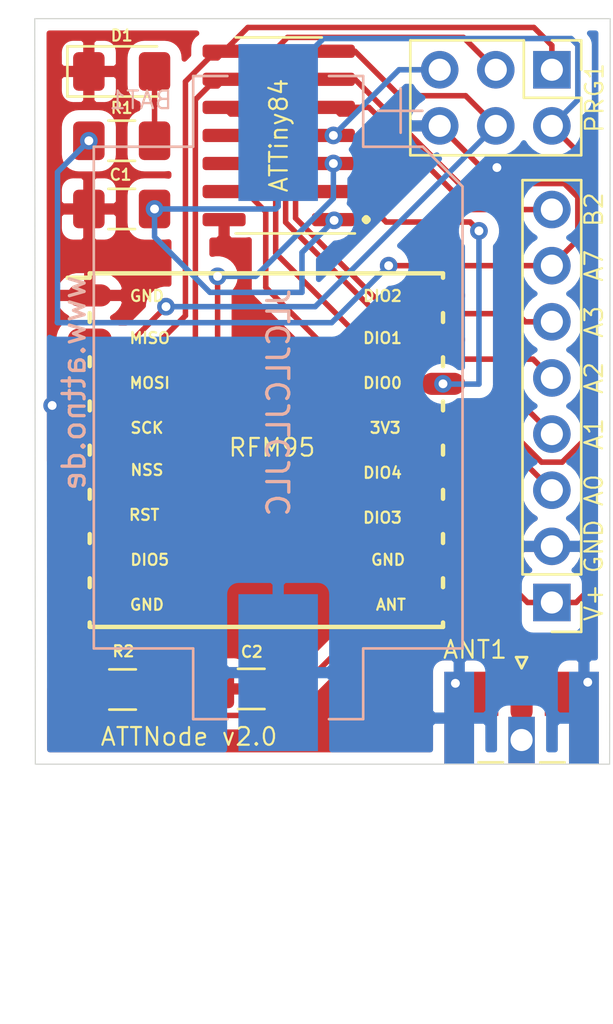
<source format=kicad_pcb>
(kicad_pcb (version 20171130) (host pcbnew 5.1.6)

  (general
    (thickness 1.6)
    (drawings 36)
    (tracks 166)
    (zones 0)
    (modules 11)
    (nets 23)
  )

  (page A4)
  (layers
    (0 F.Cu signal)
    (31 B.Cu signal)
    (32 B.Adhes user)
    (33 F.Adhes user)
    (34 B.Paste user)
    (35 F.Paste user)
    (36 B.SilkS user)
    (37 F.SilkS user)
    (38 B.Mask user)
    (39 F.Mask user)
    (40 Dwgs.User user)
    (41 Cmts.User user)
    (42 Eco1.User user)
    (43 Eco2.User user)
    (44 Edge.Cuts user)
    (45 Margin user)
    (46 B.CrtYd user)
    (47 F.CrtYd user)
    (48 B.Fab user)
    (49 F.Fab user)
  )

  (setup
    (last_trace_width 0.25)
    (trace_clearance 0.2)
    (zone_clearance 0.508)
    (zone_45_only no)
    (trace_min 0.2)
    (via_size 0.8)
    (via_drill 0.4)
    (via_min_size 0.4)
    (via_min_drill 0.3)
    (uvia_size 0.3)
    (uvia_drill 0.1)
    (uvias_allowed no)
    (uvia_min_size 0.2)
    (uvia_min_drill 0.1)
    (edge_width 0.05)
    (segment_width 0.2)
    (pcb_text_width 0.3)
    (pcb_text_size 1.5 1.5)
    (mod_edge_width 0.12)
    (mod_text_size 1 1)
    (mod_text_width 0.15)
    (pad_size 1 1)
    (pad_drill 0)
    (pad_to_mask_clearance 0.051)
    (solder_mask_min_width 0.25)
    (aux_axis_origin 0 0)
    (visible_elements FFFDFF7F)
    (pcbplotparams
      (layerselection 0x010fc_ffffffff)
      (usegerberextensions false)
      (usegerberattributes false)
      (usegerberadvancedattributes false)
      (creategerberjobfile false)
      (excludeedgelayer true)
      (linewidth 0.100000)
      (plotframeref false)
      (viasonmask false)
      (mode 1)
      (useauxorigin false)
      (hpglpennumber 1)
      (hpglpenspeed 20)
      (hpglpendiameter 15.000000)
      (psnegative false)
      (psa4output false)
      (plotreference true)
      (plotvalue true)
      (plotinvisibletext false)
      (padsonsilk false)
      (subtractmaskfromsilk false)
      (outputformat 1)
      (mirror false)
      (drillshape 0)
      (scaleselection 1)
      (outputdirectory "Gerber_V2/"))
  )

  (net 0 "")
  (net 1 GND)
  (net 2 +3V3)
  (net 3 PB2)
  (net 4 PA7)
  (net 5 PA3)
  (net 6 PA2)
  (net 7 PA1)
  (net 8 PA0)
  (net 9 MISO)
  (net 10 SCK)
  (net 11 MOSI)
  (net 12 DIO0)
  (net 13 NSS)
  (net 14 RST)
  (net 15 "Net-(D1-Pad2)")
  (net 16 "Net-(ANT1-Pad1)")
  (net 17 "Net-(RFM95-Pad16)")
  (net 18 "Net-(RFM95-Pad15)")
  (net 19 "Net-(RFM95-Pad12)")
  (net 20 "Net-(RFM95-Pad11)")
  (net 21 "Net-(RFM95-Pad7)")
  (net 22 "Net-(RFM95-Pad6)")

  (net_class Default "Dies ist die voreingestellte Netzklasse."
    (clearance 0.2)
    (trace_width 0.25)
    (via_dia 0.8)
    (via_drill 0.4)
    (uvia_dia 0.3)
    (uvia_drill 0.1)
    (add_net +3V3)
    (add_net DIO0)
    (add_net GND)
    (add_net MISO)
    (add_net MOSI)
    (add_net NSS)
    (add_net "Net-(ANT1-Pad1)")
    (add_net "Net-(D1-Pad2)")
    (add_net "Net-(RFM95-Pad11)")
    (add_net "Net-(RFM95-Pad12)")
    (add_net "Net-(RFM95-Pad15)")
    (add_net "Net-(RFM95-Pad16)")
    (add_net "Net-(RFM95-Pad6)")
    (add_net "Net-(RFM95-Pad7)")
    (add_net PA0)
    (add_net PA1)
    (add_net PA2)
    (add_net PA3)
    (add_net PA7)
    (add_net PB2)
    (add_net RST)
    (add_net SCK)
  )

  (module battery_holder:BatteryHolder_Keystone_1060_1x2032_Long_Pad (layer B.Cu) (tedit 5E2D666C) (tstamp 5D66BC43)
    (at 77.0636 62.8904 270)
    (descr http://www.keyelco.com/product-pdf.cfm?p=726)
    (tags "CR2032 BR2032 BatteryHolder Battery")
    (path /5D6F40EE)
    (attr smd)
    (fp_text reference BAT1 (at -13.462 6.223 180) (layer B.SilkS)
      (effects (font (size 0.8 0.8) (thickness 0.1)) (justify mirror))
    )
    (fp_text value Battery_Cell (at 0 11.75 270) (layer B.Fab)
      (effects (font (size 1 1) (thickness 0.15)) (justify mirror))
    )
    (fp_circle (center 0 0) (end -10.2 0) (layer Dwgs.User) (width 0.3))
    (fp_line (start 11 -8) (end -9.4 -8) (layer B.Fab) (width 0.1))
    (fp_line (start 11 8) (end -11 8) (layer B.Fab) (width 0.1))
    (fp_line (start 11 -8) (end 11 -3.5) (layer B.Fab) (width 0.1))
    (fp_line (start 11 8) (end 11 3.5) (layer B.Fab) (width 0.1))
    (fp_line (start -11 8) (end -11 3.5) (layer B.Fab) (width 0.1))
    (fp_line (start -11 -6.4) (end -11 -3.5) (layer B.Fab) (width 0.1))
    (fp_line (start -11 -3.5) (end -14.2 -3.5) (layer B.Fab) (width 0.1))
    (fp_line (start -14.2 -3.5) (end -14.2 3.5) (layer B.Fab) (width 0.1))
    (fp_line (start -14.2 3.5) (end -11 3.5) (layer B.Fab) (width 0.1))
    (fp_line (start 11 -3.5) (end 14.2 -3.5) (layer B.Fab) (width 0.1))
    (fp_line (start 14.2 -3.5) (end 14.2 3.5) (layer B.Fab) (width 0.1))
    (fp_line (start 14.2 3.5) (end 11 3.5) (layer B.Fab) (width 0.1))
    (fp_line (start -9.4 -8) (end -11 -6.4) (layer B.Fab) (width 0.1))
    (fp_line (start 11.35 -3.85) (end 14.55 -3.85) (layer B.SilkS) (width 0.12))
    (fp_line (start 14.55 -3.85) (end 14.55 -2.3) (layer B.SilkS) (width 0.12))
    (fp_line (start 11.35 -8.35) (end 11.35 -3.85) (layer B.SilkS) (width 0.12))
    (fp_line (start 11.35 -8.35) (end -9.55 -8.35) (layer B.SilkS) (width 0.12))
    (fp_line (start -11.35 -6.55) (end -11.35 -3.85) (layer B.SilkS) (width 0.12))
    (fp_line (start -9.55 -8.35) (end -11.35 -6.55) (layer B.SilkS) (width 0.12))
    (fp_line (start -11.35 -3.85) (end -14.55 -3.85) (layer B.SilkS) (width 0.12))
    (fp_line (start -14.55 -3.85) (end -14.55 -2.3) (layer B.SilkS) (width 0.12))
    (fp_line (start -11.35 3.85) (end -14.55 3.85) (layer B.SilkS) (width 0.12))
    (fp_line (start -14.55 3.85) (end -14.55 2.3) (layer B.SilkS) (width 0.12))
    (fp_line (start 11.35 3.85) (end 14.55 3.85) (layer B.SilkS) (width 0.12))
    (fp_line (start 14.55 3.85) (end 14.55 2.3) (layer B.SilkS) (width 0.12))
    (fp_line (start -11.35 8.35) (end 11.35 8.35) (layer B.SilkS) (width 0.12))
    (fp_line (start -11.35 8.35) (end -11.35 3.85) (layer B.SilkS) (width 0.12))
    (fp_line (start 11.35 8.35) (end 11.35 3.85) (layer B.SilkS) (width 0.12))
    (fp_line (start 11.5 -8.5) (end 6.5 -8.5) (layer B.CrtYd) (width 0.05))
    (fp_line (start -6.5 -8.5) (end -11.5 -8.5) (layer B.CrtYd) (width 0.05))
    (fp_line (start -11.5 -4) (end -11.5 -8.5) (layer B.CrtYd) (width 0.05))
    (fp_line (start -14.7 -4) (end -11.5 -4) (layer B.CrtYd) (width 0.05))
    (fp_line (start -14.7 -4) (end -14.7 -2.3) (layer B.CrtYd) (width 0.05))
    (fp_line (start -14.7 -2.3) (end -16.45 -2.3) (layer B.CrtYd) (width 0.05))
    (fp_line (start -16.45 -2.3) (end -16.45 2.3) (layer B.CrtYd) (width 0.05))
    (fp_line (start -14.7 2.3) (end -16.45 2.3) (layer B.CrtYd) (width 0.05))
    (fp_line (start -14.7 2.3) (end -14.7 4) (layer B.CrtYd) (width 0.05))
    (fp_line (start -14.7 4) (end -11.5 4) (layer B.CrtYd) (width 0.05))
    (fp_line (start -11.5 4) (end -11.5 8.5) (layer B.CrtYd) (width 0.05))
    (fp_line (start -11.5 8.5) (end -6.5 8.5) (layer B.CrtYd) (width 0.05))
    (fp_line (start 11.5 8.5) (end 11.5 4) (layer B.CrtYd) (width 0.05))
    (fp_line (start 11.5 4) (end 14.7 4) (layer B.CrtYd) (width 0.05))
    (fp_line (start 14.7 4) (end 14.7 2.3) (layer B.CrtYd) (width 0.05))
    (fp_line (start 14.7 2.3) (end 16.45 2.3) (layer B.CrtYd) (width 0.05))
    (fp_line (start 16.45 2.3) (end 16.45 -2.3) (layer B.CrtYd) (width 0.05))
    (fp_line (start 16.45 -2.3) (end 14.7 -2.3) (layer B.CrtYd) (width 0.05))
    (fp_line (start 14.7 -2.3) (end 14.7 -4) (layer B.CrtYd) (width 0.05))
    (fp_line (start 14.7 -4) (end 11.5 -4) (layer B.CrtYd) (width 0.05))
    (fp_line (start 11.5 -4) (end 11.5 -8.5) (layer B.CrtYd) (width 0.05))
    (fp_line (start 11.5 8.5) (end 6.5 8.5) (layer B.CrtYd) (width 0.05))
    (fp_line (start -12.97432 -4.5278) (end -12.97432 -6.5278) (layer B.SilkS) (width 0.12))
    (fp_line (start -11.98524 -5.54736) (end -13.98524 -5.54736) (layer B.SilkS) (width 0.12))
    (fp_text user BAT (at 0 0 270) (layer B.Fab) hide
      (effects (font (size 1 1) (thickness 0.15)) (justify mirror))
    )
    (fp_arc (start 0 0) (end 6.5 8.5) (angle 74.81070976) (layer B.CrtYd) (width 0.05))
    (fp_arc (start 0 0) (end -6.5 -8.5) (angle 74.81070976) (layer B.CrtYd) (width 0.05))
    (pad 1 smd rect (at -12.446 0 90) (size 7.1 3.6) (layers B.Cu B.Paste B.Mask)
      (net 2 +3V3))
    (pad 2 smd rect (at 12.446 0 90) (size 7.1 3.6) (layers B.Cu B.Paste B.Mask)
      (net 1 GND))
    (model ${KISYS3DMOD}/Battery.3dshapes/BatteryHolder_Keystone_1060_1x2032.wrl
      (at (xyz 0 0 0))
      (scale (xyz 1 1 1))
      (rotate (xyz 0 0 0))
    )
  )

  (module SMA_Multi:SMA_Edge_UFL_Combo (layer F.Cu) (tedit 5E5D5927) (tstamp 5E2A9007)
    (at 88.0872 77.3938)
    (descr "Connector SMA, 0Hz to 20GHz, 50Ohm, Edge Mount (http://suddendocs.samtec.com/prints/sma-j-p-x-st-em1-mkt.pdf)")
    (tags "SMA Straight Samtec Edge Mount")
    (path /5D699DFD)
    (attr smd)
    (fp_text reference ANT1 (at -2.1082 -3.0988 180) (layer F.SilkS)
      (effects (font (size 0.8 0.8) (thickness 0.1)))
    )
    (fp_text value Antenna (at 0 13) (layer F.Fab)
      (effects (font (size 1 1) (thickness 0.15)))
    )
    (fp_line (start -0.25 -2.76) (end 0 -2.26) (layer F.SilkS) (width 0.12))
    (fp_line (start 0.25 -2.76) (end -0.25 -2.76) (layer F.SilkS) (width 0.12))
    (fp_line (start 0 -2.26) (end 0.25 -2.76) (layer F.SilkS) (width 0.12))
    (fp_line (start 0 3.1) (end -0.64 2.1) (layer F.Fab) (width 0.1))
    (fp_line (start 0.64 2.1) (end 0 3.1) (layer F.Fab) (width 0.1))
    (fp_line (start 4 2.6) (end 4 -2.6) (layer F.CrtYd) (width 0.05))
    (fp_line (start 3.68 12.12) (end -3.68 12.12) (layer F.CrtYd) (width 0.05))
    (fp_line (start -4 2.6) (end -4 -2.6) (layer F.CrtYd) (width 0.05))
    (fp_line (start -4 -2.6) (end 4 -2.6) (layer F.CrtYd) (width 0.05))
    (fp_line (start 4 2.6) (end 4 -2.6) (layer B.CrtYd) (width 0.05))
    (fp_line (start 3.68 12.12) (end -3.68 12.12) (layer B.CrtYd) (width 0.05))
    (fp_line (start -4 2.6) (end -4 -2.6) (layer B.CrtYd) (width 0.05))
    (fp_line (start -4 -2.6) (end 4 -2.6) (layer B.CrtYd) (width 0.05))
    (fp_line (start 3.165 11.62) (end -3.165 11.62) (layer F.Fab) (width 0.1))
    (fp_line (start 3.175 -1.71) (end 3.175 11.62) (layer F.Fab) (width 0.1))
    (fp_line (start 3.175 -1.71) (end 2.365 -1.71) (layer F.Fab) (width 0.1))
    (fp_line (start 2.365 -1.71) (end 2.365 2.1) (layer F.Fab) (width 0.1))
    (fp_line (start 2.365 2.1) (end -2.365 2.1) (layer F.Fab) (width 0.1))
    (fp_line (start -2.365 2.1) (end -2.365 -1.71) (layer F.Fab) (width 0.1))
    (fp_line (start -2.365 -1.71) (end -3.175 -1.71) (layer F.Fab) (width 0.1))
    (fp_line (start -3.175 -1.71) (end -3.175 11.62) (layer F.Fab) (width 0.1))
    (fp_line (start 4.1 2.1) (end -4.1 2.1) (layer Dwgs.User) (width 0.1))
    (fp_line (start -3.68 2.6) (end -4 2.6) (layer F.CrtYd) (width 0.05))
    (fp_line (start -3.68 12.12) (end -3.68 2.6) (layer F.CrtYd) (width 0.05))
    (fp_line (start 3.68 2.6) (end 4 2.6) (layer F.CrtYd) (width 0.05))
    (fp_line (start 3.68 2.6) (end 3.68 12.12) (layer F.CrtYd) (width 0.05))
    (fp_line (start -3.68 2.6) (end -4 2.6) (layer B.CrtYd) (width 0.05))
    (fp_line (start -3.68 12.12) (end -3.68 2.6) (layer B.CrtYd) (width 0.05))
    (fp_line (start 4 2.6) (end 3.68 2.6) (layer B.CrtYd) (width 0.05))
    (fp_line (start 3.68 2.6) (end 3.68 12.12) (layer B.CrtYd) (width 0.05))
    (fp_line (start -1.95 2) (end -0.84 2) (layer F.SilkS) (width 0.12))
    (fp_line (start 0.84 2) (end 1.95 2) (layer F.SilkS) (width 0.12))
    (fp_text user "PCB Edge" (at 0 2.6) (layer Dwgs.User)
      (effects (font (size 0.5 0.5) (thickness 0.1)))
    )
    (fp_text user %R (at 0 4.79 180) (layer F.Fab) hide
      (effects (font (size 1 1) (thickness 0.15)))
    )
    (pad 1 thru_hole rect (at 0 0.9906) (size 1.2 2.1) (drill 1) (layers *.Cu *.Mask)
      (net 16 "Net-(ANT1-Pad1)"))
    (pad 2 smd rect (at 2.825 0) (size 1.35 4.2) (layers B.Cu B.Paste B.Mask)
      (net 1 GND))
    (pad 2 smd rect (at -2.825 0) (size 1.35 4.2) (layers B.Cu B.Paste B.Mask)
      (net 1 GND))
    (pad 2 smd custom (at 1.5494 -1.6002) (size 1 1) (layers F.Cu F.Paste F.Mask)
      (net 1 GND) (zone_connect 0)
      (options (clearance outline) (anchor rect))
      (primitives
        (gr_poly (pts
           (xy -0.5 -0.5) (xy 1.95 -0.5) (xy 1.95 3.7) (xy 0.6 3.7) (xy 0.6 1.5)
           (xy -0.5 1.5)) (width 0))
      ))
    (pad 2 smd custom (at -3.00228 -1.6002) (size 1 1) (layers F.Cu F.Paste F.Mask)
      (net 1 GND) (zone_connect 0)
      (options (clearance outline) (anchor rect))
      (primitives
        (gr_poly (pts
           (xy -0.5 -0.5) (xy 1.95 -0.5) (xy 1.95 1.5) (xy 0.85 1.5) (xy 0.85 3.7)
           (xy -0.5 3.7)) (width 0))
      ))
    (model ${KISYS3DMOD}/Connector_Coaxial.3dshapes/SMA_Samtec_SMA-J-P-X-ST-EM1_EdgeMount.wrl
      (at (xyz 0 0 0))
      (scale (xyz 1 1 1))
      (rotate (xyz 0 0 0))
    )
  )

  (module Resistor_SMD:R_1206_3216Metric_Pad1.42x1.75mm_HandSolder (layer F.Cu) (tedit 5B301BBD) (tstamp 5E2A47A1)
    (at 70.0167 76.0984)
    (descr "Resistor SMD 1206 (3216 Metric), square (rectangular) end terminal, IPC_7351 nominal with elongated pad for handsoldering. (Body size source: http://www.tortai-tech.com/upload/download/2011102023233369053.pdf), generated with kicad-footprint-generator")
    (tags "resistor handsolder")
    (path /5E0CABAF)
    (attr smd)
    (fp_text reference R2 (at 0.0365 -1.7272 180) (layer F.SilkS)
      (effects (font (size 0.5 0.5) (thickness 0.1)))
    )
    (fp_text value 47K (at 0 1.82) (layer F.Fab)
      (effects (font (size 1 1) (thickness 0.15)))
    )
    (fp_line (start -1.6 0.8) (end -1.6 -0.8) (layer F.Fab) (width 0.1))
    (fp_line (start -1.6 -0.8) (end 1.6 -0.8) (layer F.Fab) (width 0.1))
    (fp_line (start 1.6 -0.8) (end 1.6 0.8) (layer F.Fab) (width 0.1))
    (fp_line (start 1.6 0.8) (end -1.6 0.8) (layer F.Fab) (width 0.1))
    (fp_line (start -0.602064 -0.91) (end 0.602064 -0.91) (layer F.SilkS) (width 0.12))
    (fp_line (start -0.602064 0.91) (end 0.602064 0.91) (layer F.SilkS) (width 0.12))
    (fp_line (start -2.45 1.12) (end -2.45 -1.12) (layer F.CrtYd) (width 0.05))
    (fp_line (start -2.45 -1.12) (end 2.45 -1.12) (layer F.CrtYd) (width 0.05))
    (fp_line (start 2.45 -1.12) (end 2.45 1.12) (layer F.CrtYd) (width 0.05))
    (fp_line (start 2.45 1.12) (end -2.45 1.12) (layer F.CrtYd) (width 0.05))
    (fp_text user %R (at 0 0) (layer F.Fab)
      (effects (font (size 0.8 0.8) (thickness 0.12)))
    )
    (pad 2 smd roundrect (at 1.4875 0) (size 1.425 1.75) (layers F.Cu F.Paste F.Mask) (roundrect_rratio 0.175439)
      (net 2 +3V3))
    (pad 1 smd roundrect (at -1.4875 0) (size 1.425 1.75) (layers F.Cu F.Paste F.Mask) (roundrect_rratio 0.175439)
      (net 13 NSS))
    (model ${KISYS3DMOD}/Resistor_SMD.3dshapes/R_1206_3216Metric.wrl
      (at (xyz 0 0 0))
      (scale (xyz 1 1 1))
      (rotate (xyz 0 0 0))
    )
  )

  (module Capacitor_SMD:C_1206_3216Metric_Pad1.42x1.75mm_HandSolder (layer F.Cu) (tedit 5B301BBE) (tstamp 5D693C4D)
    (at 75.8444 76.073 180)
    (descr "Capacitor SMD 1206 (3216 Metric), square (rectangular) end terminal, IPC_7351 nominal with elongated pad for handsoldering. (Body size source: http://www.tortai-tech.com/upload/download/2011102023233369053.pdf), generated with kicad-footprint-generator")
    (tags "capacitor handsolder")
    (path /5D694E97)
    (attr smd)
    (fp_text reference C2 (at -0.0254 1.6764) (layer F.SilkS)
      (effects (font (size 0.5 0.5) (thickness 0.1)))
    )
    (fp_text value 100n (at 0 1.82) (layer F.Fab)
      (effects (font (size 1 1) (thickness 0.15)))
    )
    (fp_line (start -1.6 0.8) (end -1.6 -0.8) (layer F.Fab) (width 0.1))
    (fp_line (start -1.6 -0.8) (end 1.6 -0.8) (layer F.Fab) (width 0.1))
    (fp_line (start 1.6 -0.8) (end 1.6 0.8) (layer F.Fab) (width 0.1))
    (fp_line (start 1.6 0.8) (end -1.6 0.8) (layer F.Fab) (width 0.1))
    (fp_line (start -0.602064 -0.91) (end 0.602064 -0.91) (layer F.SilkS) (width 0.12))
    (fp_line (start -0.602064 0.91) (end 0.602064 0.91) (layer F.SilkS) (width 0.12))
    (fp_line (start -2.45 1.12) (end -2.45 -1.12) (layer F.CrtYd) (width 0.05))
    (fp_line (start -2.45 -1.12) (end 2.45 -1.12) (layer F.CrtYd) (width 0.05))
    (fp_line (start 2.45 -1.12) (end 2.45 1.12) (layer F.CrtYd) (width 0.05))
    (fp_line (start 2.45 1.12) (end -2.45 1.12) (layer F.CrtYd) (width 0.05))
    (fp_text user %R (at 0 0) (layer F.Fab)
      (effects (font (size 0.8 0.8) (thickness 0.12)))
    )
    (pad 2 smd roundrect (at 1.4875 0 180) (size 1.425 1.75) (layers F.Cu F.Paste F.Mask) (roundrect_rratio 0.175439)
      (net 1 GND))
    (pad 1 smd roundrect (at -1.4875 0 180) (size 1.425 1.75) (layers F.Cu F.Paste F.Mask) (roundrect_rratio 0.175439)
      (net 2 +3V3))
    (model ${KISYS3DMOD}/Capacitor_SMD.3dshapes/C_1206_3216Metric.wrl
      (at (xyz 0 0 0))
      (scale (xyz 1 1 1))
      (rotate (xyz 0 0 0))
    )
  )

  (module Capacitor_SMD:C_1206_3216Metric_Pad1.42x1.75mm_HandSolder (layer F.Cu) (tedit 5B301BBE) (tstamp 5D694D27)
    (at 69.977 54.356 180)
    (descr "Capacitor SMD 1206 (3216 Metric), square (rectangular) end terminal, IPC_7351 nominal with elongated pad for handsoldering. (Body size source: http://www.tortai-tech.com/upload/download/2011102023233369053.pdf), generated with kicad-footprint-generator")
    (tags "capacitor handsolder")
    (path /5D696543)
    (attr smd)
    (fp_text reference C1 (at 0.0508 1.5494) (layer F.SilkS)
      (effects (font (size 0.5 0.5) (thickness 0.1)))
    )
    (fp_text value 100n (at 0 1.82) (layer F.Fab)
      (effects (font (size 1 1) (thickness 0.15)))
    )
    (fp_line (start -1.6 0.8) (end -1.6 -0.8) (layer F.Fab) (width 0.1))
    (fp_line (start -1.6 -0.8) (end 1.6 -0.8) (layer F.Fab) (width 0.1))
    (fp_line (start 1.6 -0.8) (end 1.6 0.8) (layer F.Fab) (width 0.1))
    (fp_line (start 1.6 0.8) (end -1.6 0.8) (layer F.Fab) (width 0.1))
    (fp_line (start -0.602064 -0.91) (end 0.602064 -0.91) (layer F.SilkS) (width 0.12))
    (fp_line (start -0.602064 0.91) (end 0.602064 0.91) (layer F.SilkS) (width 0.12))
    (fp_line (start -2.45 1.12) (end -2.45 -1.12) (layer F.CrtYd) (width 0.05))
    (fp_line (start -2.45 -1.12) (end 2.45 -1.12) (layer F.CrtYd) (width 0.05))
    (fp_line (start 2.45 -1.12) (end 2.45 1.12) (layer F.CrtYd) (width 0.05))
    (fp_line (start 2.45 1.12) (end -2.45 1.12) (layer F.CrtYd) (width 0.05))
    (fp_text user %R (at -0.127 0) (layer F.Fab) hide
      (effects (font (size 0.8 0.8) (thickness 0.12)))
    )
    (pad 2 smd roundrect (at 1.4875 0 180) (size 1.425 1.75) (layers F.Cu F.Paste F.Mask) (roundrect_rratio 0.175439)
      (net 1 GND))
    (pad 1 smd roundrect (at -1.4875 0 180) (size 1.425 1.75) (layers F.Cu F.Paste F.Mask) (roundrect_rratio 0.175439)
      (net 2 +3V3))
    (model ${KISYS3DMOD}/Capacitor_SMD.3dshapes/C_1206_3216Metric.wrl
      (at (xyz 0 0 0))
      (scale (xyz 1 1 1))
      (rotate (xyz 0 0 0))
    )
  )

  (module Connector_PinHeader_2.54mm:PinHeader_2x03_P2.54mm_Vertical (layer F.Cu) (tedit 59FED5CC) (tstamp 5E2A4CBB)
    (at 89.4588 48.0568 270)
    (descr "Through hole straight pin header, 2x03, 2.54mm pitch, double rows")
    (tags "Through hole pin header THT 2x03 2.54mm double row")
    (path /5D69C5BF)
    (fp_text reference PRG1 (at 1.27 -1.9304 90) (layer F.SilkS)
      (effects (font (size 0.8 0.8) (thickness 0.1)))
    )
    (fp_text value PRG (at 1.27 7.41 90) (layer F.Fab)
      (effects (font (size 1 1) (thickness 0.15)))
    )
    (fp_line (start 0 -1.27) (end 3.81 -1.27) (layer F.Fab) (width 0.1))
    (fp_line (start 3.81 -1.27) (end 3.81 6.35) (layer F.Fab) (width 0.1))
    (fp_line (start 3.81 6.35) (end -1.27 6.35) (layer F.Fab) (width 0.1))
    (fp_line (start -1.27 6.35) (end -1.27 0) (layer F.Fab) (width 0.1))
    (fp_line (start -1.27 0) (end 0 -1.27) (layer F.Fab) (width 0.1))
    (fp_line (start -1.33 6.41) (end 3.87 6.41) (layer F.SilkS) (width 0.12))
    (fp_line (start -1.33 1.27) (end -1.33 6.41) (layer F.SilkS) (width 0.12))
    (fp_line (start 3.87 -1.33) (end 3.87 6.41) (layer F.SilkS) (width 0.12))
    (fp_line (start -1.33 1.27) (end 1.27 1.27) (layer F.SilkS) (width 0.12))
    (fp_line (start 1.27 1.27) (end 1.27 -1.33) (layer F.SilkS) (width 0.12))
    (fp_line (start 1.27 -1.33) (end 3.87 -1.33) (layer F.SilkS) (width 0.12))
    (fp_line (start -1.33 0) (end -1.33 -1.33) (layer F.SilkS) (width 0.12))
    (fp_line (start -1.33 -1.33) (end 0 -1.33) (layer F.SilkS) (width 0.12))
    (fp_line (start -1.8 -1.8) (end -1.8 6.85) (layer F.CrtYd) (width 0.05))
    (fp_line (start -1.8 6.85) (end 4.35 6.85) (layer F.CrtYd) (width 0.05))
    (fp_line (start 4.35 6.85) (end 4.35 -1.8) (layer F.CrtYd) (width 0.05))
    (fp_line (start 4.35 -1.8) (end -1.8 -1.8) (layer F.CrtYd) (width 0.05))
    (fp_text user %R (at 1.27 2.54 270) (layer F.Fab) hide
      (effects (font (size 1 1) (thickness 0.15)))
    )
    (pad 6 thru_hole oval (at 2.54 5.08 270) (size 1.7 1.7) (drill 1) (layers *.Cu *.Mask)
      (net 1 GND))
    (pad 5 thru_hole oval (at 0 5.08 270) (size 1.7 1.7) (drill 1) (layers *.Cu *.Mask)
      (net 14 RST))
    (pad 4 thru_hole oval (at 2.54 2.54 270) (size 1.7 1.7) (drill 1) (layers *.Cu *.Mask)
      (net 11 MOSI))
    (pad 3 thru_hole oval (at 0 2.54 270) (size 1.7 1.7) (drill 1) (layers *.Cu *.Mask)
      (net 10 SCK))
    (pad 2 thru_hole oval (at 2.54 0 270) (size 1.7 1.7) (drill 1) (layers *.Cu *.Mask)
      (net 2 +3V3))
    (pad 1 thru_hole rect (at 0 0 270) (size 1.7 1.7) (drill 1) (layers *.Cu *.Mask)
      (net 9 MISO))
    (model ${KISYS3DMOD}/Connector_PinHeader_2.54mm.3dshapes/PinHeader_2x03_P2.54mm_Vertical.wrl
      (at (xyz 0 0 0))
      (scale (xyz 1 1 1))
      (rotate (xyz 0 0 0))
    )
  )

  (module Connector_PinHeader_2.54mm:PinHeader_1x08_P2.54mm_Vertical (layer F.Cu) (tedit 59FED5CC) (tstamp 5E2A8742)
    (at 89.4588 72.1614 180)
    (descr "Through hole straight pin header, 1x08, 2.54mm pitch, single row")
    (tags "Through hole pin header THT 1x08 2.54mm single row")
    (path /5D68DC89)
    (fp_text reference J1 (at 1.8923 -0.0381 90) (layer F.SilkS) hide
      (effects (font (size 0.8 0.8) (thickness 0.1)))
    )
    (fp_text value J1 (at 0 20.11) (layer F.Fab) hide
      (effects (font (size 1 1) (thickness 0.15)))
    )
    (fp_line (start -0.635 -1.27) (end 1.27 -1.27) (layer F.Fab) (width 0.1))
    (fp_line (start 1.27 -1.27) (end 1.27 19.05) (layer F.Fab) (width 0.1))
    (fp_line (start 1.27 19.05) (end -1.27 19.05) (layer F.Fab) (width 0.1))
    (fp_line (start -1.27 19.05) (end -1.27 -0.635) (layer F.Fab) (width 0.1))
    (fp_line (start -1.27 -0.635) (end -0.635 -1.27) (layer F.Fab) (width 0.1))
    (fp_line (start -1.33 19.11) (end 1.33 19.11) (layer F.SilkS) (width 0.12))
    (fp_line (start -1.33 1.27) (end -1.33 19.11) (layer F.SilkS) (width 0.12))
    (fp_line (start 1.33 1.27) (end 1.33 19.11) (layer F.SilkS) (width 0.12))
    (fp_line (start -1.33 1.27) (end 1.33 1.27) (layer F.SilkS) (width 0.12))
    (fp_line (start -1.33 0) (end -1.33 -1.33) (layer F.SilkS) (width 0.12))
    (fp_line (start -1.33 -1.33) (end 0 -1.33) (layer F.SilkS) (width 0.12))
    (fp_line (start -1.8 -1.8) (end -1.8 19.55) (layer F.CrtYd) (width 0.05))
    (fp_line (start -1.8 19.55) (end 1.8 19.55) (layer F.CrtYd) (width 0.05))
    (fp_line (start 1.8 19.55) (end 1.8 -1.8) (layer F.CrtYd) (width 0.05))
    (fp_line (start 1.8 -1.8) (end -1.8 -1.8) (layer F.CrtYd) (width 0.05))
    (fp_text user %R (at 0 8.89 90) (layer F.Fab) hide
      (effects (font (size 1 1) (thickness 0.15)))
    )
    (pad 8 thru_hole oval (at 0 17.78 180) (size 1.7 1.7) (drill 1) (layers *.Cu *.Mask)
      (net 3 PB2))
    (pad 7 thru_hole oval (at 0 15.24 180) (size 1.7 1.7) (drill 1) (layers *.Cu *.Mask)
      (net 4 PA7))
    (pad 6 thru_hole oval (at 0 12.7 180) (size 1.7 1.7) (drill 1) (layers *.Cu *.Mask)
      (net 5 PA3))
    (pad 5 thru_hole oval (at 0 10.16 180) (size 1.7 1.7) (drill 1) (layers *.Cu *.Mask)
      (net 6 PA2))
    (pad 4 thru_hole oval (at 0 7.62 180) (size 1.7 1.7) (drill 1) (layers *.Cu *.Mask)
      (net 7 PA1))
    (pad 3 thru_hole oval (at 0 5.08 180) (size 1.7 1.7) (drill 1) (layers *.Cu *.Mask)
      (net 8 PA0))
    (pad 2 thru_hole oval (at 0 2.54 180) (size 1.7 1.7) (drill 1) (layers *.Cu *.Mask)
      (net 1 GND))
    (pad 1 thru_hole rect (at 0 0 180) (size 1.7 1.7) (drill 1) (layers *.Cu *.Mask)
      (net 2 +3V3))
    (model ${KISYS3DMOD}/Connector_PinHeader_2.54mm.3dshapes/PinHeader_1x08_P2.54mm_Vertical.wrl
      (at (xyz 0 0 0))
      (scale (xyz 1 1 1))
      (rotate (xyz 0 0 0))
    )
  )

  (module Resistor_SMD:R_1206_3216Metric_Pad1.42x1.75mm_HandSolder (layer F.Cu) (tedit 5B301BBD) (tstamp 5E5D68D2)
    (at 69.977 51.2699 180)
    (descr "Resistor SMD 1206 (3216 Metric), square (rectangular) end terminal, IPC_7351 nominal with elongated pad for handsoldering. (Body size source: http://www.tortai-tech.com/upload/download/2011102023233369053.pdf), generated with kicad-footprint-generator")
    (tags "resistor handsolder")
    (path /5D6827F4)
    (attr smd)
    (fp_text reference R1 (at 0 1.4859 180) (layer F.SilkS)
      (effects (font (size 0.5 0.5) (thickness 0.1)))
    )
    (fp_text value 100 (at 0 1.82) (layer F.Fab)
      (effects (font (size 1 1) (thickness 0.15)))
    )
    (fp_line (start -1.6 0.8) (end -1.6 -0.8) (layer F.Fab) (width 0.1))
    (fp_line (start -1.6 -0.8) (end 1.6 -0.8) (layer F.Fab) (width 0.1))
    (fp_line (start 1.6 -0.8) (end 1.6 0.8) (layer F.Fab) (width 0.1))
    (fp_line (start 1.6 0.8) (end -1.6 0.8) (layer F.Fab) (width 0.1))
    (fp_line (start -0.602064 -0.91) (end 0.602064 -0.91) (layer F.SilkS) (width 0.12))
    (fp_line (start -0.602064 0.91) (end 0.602064 0.91) (layer F.SilkS) (width 0.12))
    (fp_line (start -2.45 1.12) (end -2.45 -1.12) (layer F.CrtYd) (width 0.05))
    (fp_line (start -2.45 -1.12) (end 2.45 -1.12) (layer F.CrtYd) (width 0.05))
    (fp_line (start 2.45 -1.12) (end 2.45 1.12) (layer F.CrtYd) (width 0.05))
    (fp_line (start 2.45 1.12) (end -2.45 1.12) (layer F.CrtYd) (width 0.05))
    (fp_text user %R (at 0 0) (layer F.Fab) hide
      (effects (font (size 0.8 0.8) (thickness 0.12)))
    )
    (pad 2 smd roundrect (at 1.4875 0 180) (size 1.425 1.75) (layers F.Cu F.Paste F.Mask) (roundrect_rratio 0.175439)
      (net 4 PA7))
    (pad 1 smd roundrect (at -1.4875 0 180) (size 1.425 1.75) (layers F.Cu F.Paste F.Mask) (roundrect_rratio 0.175439)
      (net 15 "Net-(D1-Pad2)"))
    (model ${KISYS3DMOD}/Resistor_SMD.3dshapes/R_1206_3216Metric.wrl
      (at (xyz 0 0 0))
      (scale (xyz 1 1 1))
      (rotate (xyz 0 0 0))
    )
  )

  (module LED_SMD:LED_1206_3216Metric_Pad1.42x1.75mm_HandSolder (layer F.Cu) (tedit 5B4B45C9) (tstamp 5D68353A)
    (at 69.977 48.133)
    (descr "LED SMD 1206 (3216 Metric), square (rectangular) end terminal, IPC_7351 nominal, (Body size source: http://www.tortai-tech.com/upload/download/2011102023233369053.pdf), generated with kicad-footprint-generator")
    (tags "LED handsolder")
    (path /5D67F14D)
    (attr smd)
    (fp_text reference D1 (at 0 -1.6256) (layer F.SilkS)
      (effects (font (size 0.5 0.5) (thickness 0.1)))
    )
    (fp_text value LED (at 0 1.82) (layer F.Fab)
      (effects (font (size 1 1) (thickness 0.15)))
    )
    (fp_line (start 1.6 -0.8) (end -1.2 -0.8) (layer F.Fab) (width 0.1))
    (fp_line (start -1.2 -0.8) (end -1.6 -0.4) (layer F.Fab) (width 0.1))
    (fp_line (start -1.6 -0.4) (end -1.6 0.8) (layer F.Fab) (width 0.1))
    (fp_line (start -1.6 0.8) (end 1.6 0.8) (layer F.Fab) (width 0.1))
    (fp_line (start 1.6 0.8) (end 1.6 -0.8) (layer F.Fab) (width 0.1))
    (fp_line (start 1.6 -1.135) (end -2.46 -1.135) (layer F.SilkS) (width 0.12))
    (fp_line (start -2.46 -1.135) (end -2.46 1.135) (layer F.SilkS) (width 0.12))
    (fp_line (start -2.46 1.135) (end 1.6 1.135) (layer F.SilkS) (width 0.12))
    (fp_line (start -2.45 1.12) (end -2.45 -1.12) (layer F.CrtYd) (width 0.05))
    (fp_line (start -2.45 -1.12) (end 2.45 -1.12) (layer F.CrtYd) (width 0.05))
    (fp_line (start 2.45 -1.12) (end 2.45 1.12) (layer F.CrtYd) (width 0.05))
    (fp_line (start 2.45 1.12) (end -2.45 1.12) (layer F.CrtYd) (width 0.05))
    (fp_text user %R (at 0.127 0) (layer F.Fab) hide
      (effects (font (size 0.8 0.8) (thickness 0.12)))
    )
    (pad 2 smd roundrect (at 1.4875 0) (size 1.425 1.75) (layers F.Cu F.Paste F.Mask) (roundrect_rratio 0.175439)
      (net 15 "Net-(D1-Pad2)"))
    (pad 1 smd roundrect (at -1.4875 0) (size 1.425 1.75) (layers F.Cu F.Paste F.Mask) (roundrect_rratio 0.175439)
      (net 1 GND))
    (model ${KISYS3DMOD}/LED_SMD.3dshapes/LED_1206_3216Metric.wrl
      (at (xyz 0 0 0))
      (scale (xyz 1 1 1))
      (rotate (xyz 0 0 0))
    )
  )

  (module Package_SO:SOIC-14_3.9x8.7mm_P1.27mm (layer F.Cu) (tedit 5C97300E) (tstamp 5D668B1A)
    (at 77.089 51.0286 180)
    (descr "SOIC, 14 Pin (JEDEC MS-012AB, https://www.analog.com/media/en/package-pcb-resources/package/pkg_pdf/soic_narrow-r/r_14.pdf), generated with kicad-footprint-generator ipc_gullwing_generator.py")
    (tags "SOIC SO")
    (path /5D66342E)
    (attr smd)
    (fp_text reference ATTiny84 (at 0 0 270) (layer F.SilkS)
      (effects (font (size 0.8 0.8) (thickness 0.1)))
    )
    (fp_text value ATtiny84A-SSU (at 0 5.28) (layer F.Fab)
      (effects (font (size 1 1) (thickness 0.15)))
    )
    (fp_line (start 0 4.435) (end 1.95 4.435) (layer F.SilkS) (width 0.12))
    (fp_line (start 0 4.435) (end -1.95 4.435) (layer F.SilkS) (width 0.12))
    (fp_line (start 0 -4.435) (end 1.95 -4.435) (layer F.SilkS) (width 0.12))
    (fp_line (start 0 -4.435) (end -3.45 -4.435) (layer F.SilkS) (width 0.12))
    (fp_line (start -0.975 -4.325) (end 1.95 -4.325) (layer F.Fab) (width 0.1))
    (fp_line (start 1.95 -4.325) (end 1.95 4.325) (layer F.Fab) (width 0.1))
    (fp_line (start 1.95 4.325) (end -1.95 4.325) (layer F.Fab) (width 0.1))
    (fp_line (start -1.95 4.325) (end -1.95 -3.35) (layer F.Fab) (width 0.1))
    (fp_line (start -1.95 -3.35) (end -0.975 -4.325) (layer F.Fab) (width 0.1))
    (fp_line (start -3.7 -4.58) (end -3.7 4.58) (layer F.CrtYd) (width 0.05))
    (fp_line (start -3.7 4.58) (end 3.7 4.58) (layer F.CrtYd) (width 0.05))
    (fp_line (start 3.7 4.58) (end 3.7 -4.58) (layer F.CrtYd) (width 0.05))
    (fp_line (start 3.7 -4.58) (end -3.7 -4.58) (layer F.CrtYd) (width 0.05))
    (fp_text user %R (at 0 0) (layer F.Fab) hide
      (effects (font (size 0.98 0.98) (thickness 0.15)))
    )
    (pad 14 smd roundrect (at 2.475 -3.81 180) (size 1.95 0.6) (layers F.Cu F.Paste F.Mask) (roundrect_rratio 0.25)
      (net 1 GND))
    (pad 13 smd roundrect (at 2.475 -2.54 180) (size 1.95 0.6) (layers F.Cu F.Paste F.Mask) (roundrect_rratio 0.25)
      (net 8 PA0))
    (pad 12 smd roundrect (at 2.475 -1.27 180) (size 1.95 0.6) (layers F.Cu F.Paste F.Mask) (roundrect_rratio 0.25)
      (net 7 PA1))
    (pad 11 smd roundrect (at 2.475 0 180) (size 1.95 0.6) (layers F.Cu F.Paste F.Mask) (roundrect_rratio 0.25)
      (net 6 PA2))
    (pad 10 smd roundrect (at 2.475 1.27 180) (size 1.95 0.6) (layers F.Cu F.Paste F.Mask) (roundrect_rratio 0.25)
      (net 5 PA3))
    (pad 9 smd roundrect (at 2.475 2.54 180) (size 1.95 0.6) (layers F.Cu F.Paste F.Mask) (roundrect_rratio 0.25)
      (net 10 SCK))
    (pad 8 smd roundrect (at 2.475 3.81 180) (size 1.95 0.6) (layers F.Cu F.Paste F.Mask) (roundrect_rratio 0.25)
      (net 9 MISO))
    (pad 7 smd roundrect (at -2.475 3.81 180) (size 1.95 0.6) (layers F.Cu F.Paste F.Mask) (roundrect_rratio 0.25)
      (net 11 MOSI))
    (pad 6 smd roundrect (at -2.475 2.54 180) (size 1.95 0.6) (layers F.Cu F.Paste F.Mask) (roundrect_rratio 0.25)
      (net 4 PA7))
    (pad 5 smd roundrect (at -2.475 1.27 180) (size 1.95 0.6) (layers F.Cu F.Paste F.Mask) (roundrect_rratio 0.25)
      (net 3 PB2))
    (pad 4 smd roundrect (at -2.475 0 180) (size 1.95 0.6) (layers F.Cu F.Paste F.Mask) (roundrect_rratio 0.25)
      (net 14 RST))
    (pad 3 smd roundrect (at -2.475 -1.27 180) (size 1.95 0.6) (layers F.Cu F.Paste F.Mask) (roundrect_rratio 0.25)
      (net 13 NSS))
    (pad 2 smd roundrect (at -2.475 -2.54 180) (size 1.95 0.6) (layers F.Cu F.Paste F.Mask) (roundrect_rratio 0.25)
      (net 12 DIO0))
    (pad 1 smd roundrect (at -2.475 -3.81 180) (size 1.95 0.6) (layers F.Cu F.Paste F.Mask) (roundrect_rratio 0.25)
      (net 2 +3V3))
    (model ${KISYS3DMOD}/Package_SO.3dshapes/SOIC-14_3.9x8.7mm_P1.27mm.wrl
      (at (xyz 0 0 0))
      (scale (xyz 1 1 1))
      (rotate (xyz 0 0 0))
    )
  )

  (module RFM:RFM95 (layer F.Cu) (tedit 585E5D4C) (tstamp 5D66B997)
    (at 68.5292 58.2676)
    (path /5D664943)
    (fp_text reference RFM95 (at 8.255 6.8834) (layer F.SilkS)
      (effects (font (size 0.8 0.8) (thickness 0.1)))
    )
    (fp_text value RFM95W-868S2 (at 7.62 7.62) (layer F.Fab)
      (effects (font (size 1 1) (thickness 0.15)))
    )
    (fp_line (start 0 15) (end 0 14.8) (layer F.SilkS) (width 0.2))
    (fp_line (start 16 15) (end 0 15) (layer F.SilkS) (width 0.2))
    (fp_line (start 16 14.8) (end 16 15) (layer F.SilkS) (width 0.2))
    (fp_line (start 16 12.8) (end 16 13.2) (layer F.SilkS) (width 0.2))
    (fp_line (start 16 10.8) (end 16 11.2) (layer F.SilkS) (width 0.2))
    (fp_line (start 16 8.8) (end 16 9.2) (layer F.SilkS) (width 0.2))
    (fp_line (start 16 6.8) (end 16 7.2) (layer F.SilkS) (width 0.2))
    (fp_line (start 16 4.8) (end 16 5.2) (layer F.SilkS) (width 0.2))
    (fp_line (start 16 2.8) (end 16 3.2) (layer F.SilkS) (width 0.2))
    (fp_line (start 16 0.8) (end 16 1.2) (layer F.SilkS) (width 0.2))
    (fp_line (start 16 -1) (end 16 -0.8) (layer F.SilkS) (width 0.2))
    (fp_line (start 0 12.8) (end 0 13.2) (layer F.SilkS) (width 0.2))
    (fp_line (start 0 -0.8) (end 0 -1) (layer F.SilkS) (width 0.2))
    (fp_line (start -1 -0.8) (end 0 -0.8) (layer F.SilkS) (width 0.2))
    (fp_line (start 0 1.2) (end 0 0.8) (layer F.SilkS) (width 0.2))
    (fp_line (start 0 3.2) (end 0 2.8) (layer F.SilkS) (width 0.2))
    (fp_line (start 0 4.8) (end 0 5.2) (layer F.SilkS) (width 0.2))
    (fp_line (start 0 6.8) (end 0 7.2) (layer F.SilkS) (width 0.2))
    (fp_line (start 0 8.8) (end 0 9.2) (layer F.SilkS) (width 0.2))
    (fp_line (start 0 10.8) (end 0 11.2) (layer F.SilkS) (width 0.2))
    (fp_line (start 0 -1) (end 16 -1) (layer F.SilkS) (width 0.2))
    (pad 16 smd oval (at 16 0) (size 2 1) (layers F.Cu F.Paste F.Mask)
      (net 17 "Net-(RFM95-Pad16)"))
    (pad 15 smd oval (at 16 2) (size 2 1) (layers F.Cu F.Paste F.Mask)
      (net 18 "Net-(RFM95-Pad15)"))
    (pad 14 smd oval (at 16 4) (size 2 1) (layers F.Cu F.Paste F.Mask)
      (net 12 DIO0))
    (pad 13 smd oval (at 16 6) (size 2 1) (layers F.Cu F.Paste F.Mask)
      (net 2 +3V3))
    (pad 12 smd oval (at 16 8) (size 2 1) (layers F.Cu F.Paste F.Mask)
      (net 19 "Net-(RFM95-Pad12)"))
    (pad 11 smd oval (at 16 10) (size 2 1) (layers F.Cu F.Paste F.Mask)
      (net 20 "Net-(RFM95-Pad11)"))
    (pad 10 smd oval (at 16 12) (size 2 1) (layers F.Cu F.Paste F.Mask)
      (net 1 GND))
    (pad 9 smd oval (at 16 14) (size 2 1) (layers F.Cu F.Paste F.Mask)
      (net 16 "Net-(ANT1-Pad1)"))
    (pad 8 smd oval (at 0 14) (size 2 1) (layers F.Cu F.Paste F.Mask)
      (net 1 GND))
    (pad 7 smd oval (at 0 12) (size 2 1) (layers F.Cu F.Paste F.Mask)
      (net 21 "Net-(RFM95-Pad7)"))
    (pad 6 smd oval (at 0 10) (size 2 1) (layers F.Cu F.Paste F.Mask)
      (net 22 "Net-(RFM95-Pad6)"))
    (pad 5 smd oval (at 0 8) (size 2 1) (layers F.Cu F.Paste F.Mask)
      (net 13 NSS))
    (pad 4 smd oval (at 0 6) (size 2 1) (layers F.Cu F.Paste F.Mask)
      (net 10 SCK))
    (pad 3 smd oval (at 0 4) (size 2 1) (layers F.Cu F.Paste F.Mask)
      (net 9 MISO))
    (pad 2 smd oval (at 0 2) (size 2 1) (layers F.Cu F.Paste F.Mask)
      (net 11 MOSI))
    (pad 1 smd oval (at 0 0) (size 2 1) (layers F.Cu F.Paste F.Mask)
      (net 1 GND))
    (model ${KIPRJMOD}/kicad_libs/RFM95/RFM95.wrl
      (offset (xyz 16 -14.9 0))
      (scale (xyz 0.39 0.39 0.39))
      (rotate (xyz -90 0 180))
    )
  )

  (gr_text www.attno.de (at 67.818 62.23 90) (layer B.SilkS)
    (effects (font (size 1 1) (thickness 0.15)) (justify mirror))
  )
  (gr_text JLCJLCJLCJLC (at 77.089 63.119 90) (layer B.SilkS)
    (effects (font (size 1 1) (thickness 0.15)) (justify mirror))
  )
  (gr_text GND (at 71.12 72.263) (layer F.SilkS)
    (effects (font (size 0.5 0.5) (thickness 0.1)))
  )
  (gr_text DIO5 (at 71.247 70.231) (layer F.SilkS)
    (effects (font (size 0.5 0.5) (thickness 0.1)))
  )
  (gr_text RST (at 70.993 68.199) (layer F.SilkS)
    (effects (font (size 0.5 0.5) (thickness 0.1)))
  )
  (gr_text NSS (at 71.12 66.167) (layer F.SilkS)
    (effects (font (size 0.5 0.5) (thickness 0.1)))
  )
  (gr_text SCK (at 71.12 64.262) (layer F.SilkS)
    (effects (font (size 0.5 0.5) (thickness 0.1)))
  )
  (gr_text MOSI (at 71.247 62.23) (layer F.SilkS)
    (effects (font (size 0.5 0.5) (thickness 0.1)))
  )
  (gr_text MISO (at 71.247 60.198) (layer F.SilkS)
    (effects (font (size 0.5 0.5) (thickness 0.1)))
  )
  (gr_text GND (at 71.12 58.293) (layer F.SilkS)
    (effects (font (size 0.5 0.5) (thickness 0.1)))
  )
  (gr_text DIO2 (at 81.788 58.293) (layer F.SilkS)
    (effects (font (size 0.5 0.5) (thickness 0.1)))
  )
  (gr_text DIO1 (at 81.788 60.198) (layer F.SilkS)
    (effects (font (size 0.5 0.5) (thickness 0.1)))
  )
  (gr_text DIO0 (at 81.788 62.23) (layer F.SilkS)
    (effects (font (size 0.5 0.5) (thickness 0.1)))
  )
  (gr_text 3V3 (at 81.915 64.262) (layer F.SilkS)
    (effects (font (size 0.5 0.5) (thickness 0.1)))
  )
  (gr_text DIO4 (at 81.788 66.294) (layer F.SilkS)
    (effects (font (size 0.5 0.5) (thickness 0.1)))
  )
  (gr_text DIO3 (at 81.788 68.326) (layer F.SilkS)
    (effects (font (size 0.5 0.5) (thickness 0.1)))
  )
  (gr_text GND (at 82.042 70.231) (layer F.SilkS)
    (effects (font (size 0.5 0.5) (thickness 0.1)))
  )
  (gr_text ANT (at 82.169 72.263) (layer F.SilkS)
    (effects (font (size 0.5 0.5) (thickness 0.1)))
  )
  (gr_line (start 92.075 79.4766) (end 66.0654 79.4766) (layer Edge.Cuts) (width 0.05) (tstamp 5E2AC8BD))
  (gr_text . (at 81.0514 54.356) (layer F.SilkS)
    (effects (font (size 1.2 1.2) (thickness 0.3)))
  )
  (gr_line (start 66.04 45.7454) (end 66.04 45.8978) (layer Edge.Cuts) (width 0.05) (tstamp 5E2A69A8))
  (gr_line (start 92.1004 45.7454) (end 66.04 45.7454) (layer Edge.Cuts) (width 0.05))
  (gr_line (start 92.1004 45.8724) (end 92.1004 45.7454) (layer Edge.Cuts) (width 0.05))
  (gr_line (start 66.04 45.8978) (end 66.04 46.228) (layer Edge.Cuts) (width 0.05) (tstamp 5E2A6978))
  (gr_line (start 92.1004 46.228) (end 92.1004 45.8724) (layer Edge.Cuts) (width 0.05))
  (gr_line (start 92.1004 46.228) (end 92.075 79.4766) (layer Edge.Cuts) (width 0.05) (tstamp 5E2A4D2E))
  (gr_line (start 66.04 46.228) (end 66.0654 79.4766) (layer Edge.Cuts) (width 0.05) (tstamp 5E2A4C0A))
  (gr_text B2 (at 91.3638 54.3814 90) (layer F.SilkS)
    (effects (font (size 0.8 0.8) (thickness 0.1)))
  )
  (gr_text A7 (at 91.3638 56.9214 90) (layer F.SilkS)
    (effects (font (size 0.8 0.8) (thickness 0.1)))
  )
  (gr_text A3 (at 91.3638 59.4614 90) (layer F.SilkS)
    (effects (font (size 0.8 0.8) (thickness 0.1)))
  )
  (gr_text A2 (at 91.3638 62.0014 90) (layer F.SilkS)
    (effects (font (size 0.8 0.8) (thickness 0.1)))
  )
  (gr_text A1 (at 91.3638 64.5414 90) (layer F.SilkS)
    (effects (font (size 0.8 0.8) (thickness 0.1)))
  )
  (gr_text A0 (at 91.3638 67.0814 90) (layer F.SilkS)
    (effects (font (size 0.8 0.8) (thickness 0.1)))
  )
  (gr_text GND (at 91.3638 69.6214 90) (layer F.SilkS)
    (effects (font (size 0.8 0.8) (thickness 0.1)))
  )
  (gr_text V+ (at 91.3638 72.1614 90) (layer F.SilkS)
    (effects (font (size 0.8 0.8) (thickness 0.1)))
  )
  (gr_text "ATTNode v2.0" (at 73.025 78.232) (layer F.SilkS)
    (effects (font (size 0.8 0.8) (thickness 0.1)))
  )

  (via (at 91.0844 75.7682) (size 0.8) (drill 0.4) (layers F.Cu B.Cu) (net 1))
  (via (at 85.09 75.819) (size 0.8) (drill 0.4) (layers F.Cu B.Cu) (net 1))
  (via (at 86.9696 52.481399) (size 0.8) (drill 0.4) (layers F.Cu B.Cu) (net 1))
  (segment (start 84.3788 50.5968) (end 86.263399 52.481399) (width 0.25) (layer F.Cu) (net 1))
  (segment (start 86.263399 52.481399) (end 86.9696 52.481399) (width 0.25) (layer F.Cu) (net 1))
  (via (at 66.8274 63.246) (size 0.8) (drill 0.4) (layers F.Cu B.Cu) (net 1))
  (segment (start 66.8274 58.7194) (end 66.8274 63.246) (width 0.25) (layer F.Cu) (net 1))
  (segment (start 68.5292 58.2676) (end 67.2792 58.2676) (width 0.25) (layer F.Cu) (net 1))
  (segment (start 67.2792 58.2676) (end 66.8274 58.7194) (width 0.25) (layer F.Cu) (net 1))
  (segment (start 85.0264 77.6318) (end 85.0264 77.6318) (width 0.25) (layer F.Cu) (net 1))
  (segment (start 85.0264 77.6318) (end 85.0392 77.6446) (width 0.25) (layer F.Cu) (net 1) (tstamp 5E2ABB7D))
  (segment (start 77.0636 48.6944) (end 77.0636 50.4444) (width 0.25) (layer B.Cu) (net 2))
  (segment (start 90.331402 46.6444) (end 79.1136 46.6444) (width 0.25) (layer B.Cu) (net 2))
  (segment (start 79.1136 46.6444) (end 77.0636 48.6944) (width 0.25) (layer B.Cu) (net 2))
  (segment (start 90.633801 46.946799) (end 90.331402 46.6444) (width 0.25) (layer B.Cu) (net 2))
  (segment (start 90.633801 49.421799) (end 90.633801 46.946799) (width 0.25) (layer B.Cu) (net 2))
  (segment (start 89.4588 50.5968) (end 90.633801 49.421799) (width 0.25) (layer B.Cu) (net 2))
  (segment (start 79.564 54.8386) (end 79.564 54.8498) (width 0.25) (layer F.Cu) (net 2))
  (segment (start 78.141999 58.129001) (end 73.972399 58.129001) (width 0.25) (layer B.Cu) (net 2))
  (segment (start 84.5292 64.2676) (end 87.445998 64.2676) (width 0.25) (layer F.Cu) (net 2))
  (segment (start 87.445998 64.2676) (end 88.989798 65.8114) (width 0.25) (layer F.Cu) (net 2))
  (segment (start 89.4588 50.5968) (end 91.083811 52.221811) (width 0.25) (layer F.Cu) (net 2))
  (segment (start 91.083811 64.655391) (end 91.083811 52.221811) (width 0.25) (layer F.Cu) (net 2))
  (segment (start 89.927802 65.8114) (end 91.083811 64.655391) (width 0.25) (layer F.Cu) (net 2))
  (segment (start 88.989798 65.8114) (end 89.927802 65.8114) (width 0.25) (layer F.Cu) (net 2))
  (segment (start 90.5588 72.1614) (end 89.4588 72.1614) (width 0.25) (layer F.Cu) (net 2))
  (segment (start 91.083811 71.636389) (end 90.5588 72.1614) (width 0.25) (layer F.Cu) (net 2))
  (segment (start 91.083811 64.655391) (end 91.083811 71.636389) (width 0.25) (layer F.Cu) (net 2))
  (segment (start 77.3319 76.948) (end 77.3319 76.073) (width 0.25) (layer F.Cu) (net 2))
  (segment (start 77.00689 77.27301) (end 77.3319 76.948) (width 0.25) (layer F.Cu) (net 2))
  (segment (start 71.5042 76.9734) (end 71.80381 77.27301) (width 0.25) (layer F.Cu) (net 2))
  (segment (start 71.80381 77.27301) (end 77.00689 77.27301) (width 0.25) (layer F.Cu) (net 2))
  (segment (start 71.5042 76.0984) (end 71.5042 76.9734) (width 0.25) (layer F.Cu) (net 2))
  (via (at 79.596854 54.871454) (size 0.8) (drill 0.4) (layers F.Cu B.Cu) (net 2))
  (segment (start 78.141999 58.129001) (end 78.141999 56.326309) (width 0.25) (layer B.Cu) (net 2))
  (segment (start 78.141999 56.326309) (end 79.596854 54.871454) (width 0.25) (layer B.Cu) (net 2))
  (segment (start 78.0444 76.073) (end 82.8704 71.247) (width 0.25) (layer F.Cu) (net 2))
  (segment (start 77.3319 76.073) (end 78.0444 76.073) (width 0.25) (layer F.Cu) (net 2))
  (segment (start 88.3588 72.1614) (end 89.4588 72.1614) (width 0.25) (layer F.Cu) (net 2))
  (segment (start 87.4444 71.247) (end 88.3588 72.1614) (width 0.25) (layer F.Cu) (net 2))
  (segment (start 82.8704 71.247) (end 87.4444 71.247) (width 0.25) (layer F.Cu) (net 2))
  (via (at 71.4645 54.356) (size 0.8) (drill 0.4) (layers F.Cu B.Cu) (net 2))
  (segment (start 73.972399 58.129001) (end 71.4645 55.621102) (width 0.25) (layer B.Cu) (net 2))
  (segment (start 71.4645 55.621102) (end 71.4645 54.356) (width 0.25) (layer B.Cu) (net 2))
  (segment (start 76.952 54.356) (end 72.177 54.356) (width 0.25) (layer B.Cu) (net 2))
  (segment (start 77.0636 54.2444) (end 76.952 54.356) (width 0.25) (layer B.Cu) (net 2))
  (segment (start 72.177 54.356) (end 71.4645 54.356) (width 0.25) (layer B.Cu) (net 2))
  (segment (start 77.0636 50.4444) (end 77.0636 54.2444) (width 0.25) (layer B.Cu) (net 2))
  (segment (start 79.864 50.0586) (end 79.564 49.7586) (width 0.25) (layer F.Cu) (net 3))
  (segment (start 80.240768 50.0586) (end 79.864 50.0586) (width 0.25) (layer F.Cu) (net 3))
  (segment (start 88.256719 54.3814) (end 89.4588 54.3814) (width 0.25) (layer F.Cu) (net 3))
  (segment (start 85.79539 54.3814) (end 88.256719 54.3814) (width 0.25) (layer F.Cu) (net 3))
  (segment (start 81.17259 49.7586) (end 85.79539 54.3814) (width 0.25) (layer F.Cu) (net 3))
  (segment (start 79.564 49.7586) (end 81.17259 49.7586) (width 0.25) (layer F.Cu) (net 3))
  (segment (start 78.589 48.4886) (end 79.564 48.4886) (width 0.25) (layer F.Cu) (net 4))
  (segment (start 90.308799 56.071401) (end 89.4588 56.9214) (width 0.25) (layer F.Cu) (net 4))
  (segment (start 90.633801 55.746399) (end 90.308799 56.071401) (width 0.25) (layer F.Cu) (net 4))
  (segment (start 90.633801 53.817399) (end 90.633801 55.746399) (width 0.25) (layer F.Cu) (net 4))
  (segment (start 90.022801 53.206399) (end 90.633801 53.817399) (width 0.25) (layer F.Cu) (net 4))
  (segment (start 80.539 48.4886) (end 85.256799 53.206399) (width 0.25) (layer F.Cu) (net 4))
  (segment (start 85.256799 53.206399) (end 90.022801 53.206399) (width 0.25) (layer F.Cu) (net 4))
  (segment (start 79.564 48.4886) (end 80.539 48.4886) (width 0.25) (layer F.Cu) (net 4))
  (via (at 82.0674 56.9214) (size 0.8) (drill 0.4) (layers F.Cu B.Cu) (net 4))
  (segment (start 89.4588 56.9214) (end 82.0674 56.9214) (width 0.25) (layer F.Cu) (net 4))
  (segment (start 67.069801 59.500601) (end 67.056 59.4868) (width 0.25) (layer B.Cu) (net 4))
  (segment (start 82.0674 56.9214) (end 79.488199 59.500601) (width 0.25) (layer B.Cu) (net 4))
  (segment (start 79.488199 59.500601) (end 67.069801 59.500601) (width 0.25) (layer B.Cu) (net 4))
  (segment (start 67.069801 59.500601) (end 67.069801 52.689599) (width 0.25) (layer B.Cu) (net 4))
  (via (at 68.4895 51.2699) (size 0.8) (drill 0.4) (layers F.Cu B.Cu) (net 4))
  (segment (start 67.069801 52.689599) (end 68.4895 51.2699) (width 0.25) (layer B.Cu) (net 4))
  (segment (start 88.256719 59.4614) (end 89.4588 59.4614) (width 0.25) (layer F.Cu) (net 5))
  (segment (start 77.851 54.772368) (end 82.171242 59.09261) (width 0.25) (layer F.Cu) (net 5))
  (segment (start 87.887929 59.09261) (end 88.256719 59.4614) (width 0.25) (layer F.Cu) (net 5))
  (segment (start 82.171242 59.09261) (end 87.887929 59.09261) (width 0.25) (layer F.Cu) (net 5))
  (segment (start 75.290768 50.0586) (end 77.851 52.618832) (width 0.25) (layer F.Cu) (net 5))
  (segment (start 77.851 52.618832) (end 77.851 54.772368) (width 0.25) (layer F.Cu) (net 5))
  (segment (start 74.914 50.0586) (end 75.290768 50.0586) (width 0.25) (layer F.Cu) (net 5))
  (segment (start 74.614 49.7586) (end 74.914 50.0586) (width 0.25) (layer F.Cu) (net 5))
  (segment (start 75.589 51.0286) (end 75.6144 51.054) (width 0.25) (layer F.Cu) (net 6))
  (segment (start 74.614 51.0286) (end 75.589 51.0286) (width 0.25) (layer F.Cu) (net 6))
  (segment (start 88.608801 61.151401) (end 89.4588 62.0014) (width 0.25) (layer F.Cu) (net 6))
  (segment (start 83.593623 61.151401) (end 88.608801 61.151401) (width 0.25) (layer F.Cu) (net 6))
  (segment (start 77.40099 52.81379) (end 77.400991 54.958769) (width 0.25) (layer F.Cu) (net 6))
  (segment (start 77.400991 54.958769) (end 83.593623 61.151401) (width 0.25) (layer F.Cu) (net 6))
  (segment (start 75.6412 51.054) (end 77.40099 52.81379) (width 0.25) (layer F.Cu) (net 6))
  (segment (start 75.6144 51.054) (end 75.6412 51.054) (width 0.25) (layer F.Cu) (net 6))
  (segment (start 84.03745 63.44259) (end 88.35999 63.44259) (width 0.25) (layer F.Cu) (net 7))
  (segment (start 76.950982 56.356122) (end 84.03745 63.44259) (width 0.25) (layer F.Cu) (net 7))
  (segment (start 76.950982 53.024182) (end 76.950982 56.356122) (width 0.25) (layer F.Cu) (net 7))
  (segment (start 76.2254 52.2986) (end 76.950982 53.024182) (width 0.25) (layer F.Cu) (net 7))
  (segment (start 74.614 52.2986) (end 76.2254 52.2986) (width 0.25) (layer F.Cu) (net 7))
  (segment (start 89.4588 64.5414) (end 88.35999 63.44259) (width 0.25) (layer F.Cu) (net 7))
  (segment (start 88.608801 66.231401) (end 89.4588 67.0814) (width 0.25) (layer F.Cu) (net 8))
  (segment (start 87.81999 65.44259) (end 88.608801 66.231401) (width 0.25) (layer F.Cu) (net 8))
  (segment (start 84.03745 65.44259) (end 87.81999 65.44259) (width 0.25) (layer F.Cu) (net 8))
  (segment (start 76.500972 57.906112) (end 84.03745 65.44259) (width 0.25) (layer F.Cu) (net 8))
  (segment (start 76.500972 54.480572) (end 76.500972 57.906112) (width 0.25) (layer F.Cu) (net 8))
  (segment (start 75.589 53.5686) (end 76.500972 54.480572) (width 0.25) (layer F.Cu) (net 8))
  (segment (start 74.614 53.5686) (end 75.589 53.5686) (width 0.25) (layer F.Cu) (net 8))
  (segment (start 73.937232 47.5186) (end 72.86398 48.591852) (width 0.25) (layer F.Cu) (net 9))
  (segment (start 74.614 47.2186) (end 74.314 47.5186) (width 0.25) (layer F.Cu) (net 9))
  (segment (start 74.314 47.5186) (end 73.937232 47.5186) (width 0.25) (layer F.Cu) (net 9))
  (segment (start 69.7792 62.2676) (end 68.5292 62.2676) (width 0.25) (layer F.Cu) (net 9))
  (segment (start 72.86398 59.18282) (end 69.7792 62.2676) (width 0.25) (layer F.Cu) (net 9))
  (segment (start 72.86398 48.591852) (end 72.86398 59.18282) (width 0.25) (layer F.Cu) (net 9))
  (segment (start 74.914 46.9186) (end 74.614 47.2186) (width 0.25) (layer F.Cu) (net 9))
  (segment (start 89.4588 46.9568) (end 89.4588 48.0568) (width 0.25) (layer F.Cu) (net 9))
  (segment (start 88.64558 46.14358) (end 89.4588 46.9568) (width 0.25) (layer F.Cu) (net 9))
  (segment (start 75.68902 46.14358) (end 88.64558 46.14358) (width 0.25) (layer F.Cu) (net 9))
  (segment (start 74.614 47.2186) (end 75.68902 46.14358) (width 0.25) (layer F.Cu) (net 9))
  (segment (start 69.7792 64.2676) (end 68.5292 64.2676) (width 0.25) (layer F.Cu) (net 10))
  (segment (start 74.614 48.4886) (end 74.314 48.7886) (width 0.25) (layer F.Cu) (net 10))
  (segment (start 74.314 48.7886) (end 73.937232 48.7886) (width 0.25) (layer F.Cu) (net 10))
  (segment (start 73.937232 48.7886) (end 73.31399 49.411842) (width 0.25) (layer F.Cu) (net 10))
  (segment (start 73.31399 60.73281) (end 69.7792 64.2676) (width 0.25) (layer F.Cu) (net 10))
  (segment (start 73.31399 49.411842) (end 73.31399 60.73281) (width 0.25) (layer F.Cu) (net 10))
  (segment (start 74.614 48.4886) (end 75.589 48.4886) (width 0.25) (layer F.Cu) (net 10))
  (segment (start 86.068801 47.206801) (end 86.9188 48.0568) (width 0.25) (layer F.Cu) (net 10))
  (segment (start 85.45559 46.59359) (end 86.068801 47.206801) (width 0.25) (layer F.Cu) (net 10))
  (segment (start 77.48401 46.59359) (end 85.45559 46.59359) (width 0.25) (layer F.Cu) (net 10))
  (segment (start 75.589 48.4886) (end 77.48401 46.59359) (width 0.25) (layer F.Cu) (net 10))
  (segment (start 82.552201 49.231801) (end 80.539 47.2186) (width 0.25) (layer F.Cu) (net 11))
  (segment (start 80.539 47.2186) (end 79.564 47.2186) (width 0.25) (layer F.Cu) (net 11))
  (segment (start 85.553801 49.231801) (end 82.552201 49.231801) (width 0.25) (layer F.Cu) (net 11))
  (segment (start 86.9188 50.5968) (end 85.553801 49.231801) (width 0.25) (layer F.Cu) (net 11))
  (via (at 71.9836 58.7756) (size 0.8) (drill 0.4) (layers F.Cu B.Cu) (net 11))
  (segment (start 68.5292 60.2676) (end 70.4916 60.2676) (width 0.25) (layer F.Cu) (net 11))
  (segment (start 70.4916 60.2676) (end 71.9836 58.7756) (width 0.25) (layer F.Cu) (net 11))
  (segment (start 78.74 58.7756) (end 86.9188 50.5968) (width 0.25) (layer B.Cu) (net 11))
  (segment (start 71.9836 58.7756) (end 78.74 58.7756) (width 0.25) (layer B.Cu) (net 11))
  (via (at 86.1568 55.3466) (size 0.8) (drill 0.4) (layers F.Cu B.Cu) (net 12))
  (segment (start 86.1568 62.2808) (end 86.1568 55.3466) (width 0.25) (layer B.Cu) (net 12))
  (segment (start 80.577329 53.5686) (end 80.539 53.5686) (width 0.25) (layer F.Cu) (net 12))
  (segment (start 80.539 53.5686) (end 79.564 53.5686) (width 0.25) (layer F.Cu) (net 12))
  (segment (start 81.95533 54.946601) (end 80.577329 53.5686) (width 0.25) (layer F.Cu) (net 12))
  (segment (start 85.756801 54.946601) (end 81.95533 54.946601) (width 0.25) (layer F.Cu) (net 12))
  (segment (start 86.1568 55.3466) (end 85.756801 54.946601) (width 0.25) (layer F.Cu) (net 12))
  (via (at 84.5292 62.2676) (size 0.8) (drill 0.4) (layers F.Cu B.Cu) (net 12))
  (segment (start 86.1568 62.2808) (end 84.5424 62.2808) (width 0.25) (layer B.Cu) (net 12))
  (segment (start 84.5424 62.2808) (end 84.5292 62.2676) (width 0.25) (layer B.Cu) (net 12))
  (segment (start 68.5302 66.2686) (end 68.5292 66.2676) (width 0.25) (layer F.Cu) (net 13))
  (via (at 74.3204 57.404) (size 0.8) (drill 0.4) (layers F.Cu B.Cu) (net 13))
  (segment (start 74.3204 61.7264) (end 69.7792 66.2676) (width 0.25) (layer F.Cu) (net 13))
  (segment (start 69.7792 66.2676) (end 68.5292 66.2676) (width 0.25) (layer F.Cu) (net 13))
  (segment (start 74.3204 57.404) (end 74.3204 61.7264) (width 0.25) (layer F.Cu) (net 13))
  (segment (start 76.039002 57.404) (end 79.564 53.879002) (width 0.25) (layer B.Cu) (net 13))
  (via (at 79.564 52.2986) (size 0.8) (drill 0.4) (layers F.Cu B.Cu) (net 13))
  (segment (start 79.564 53.879002) (end 79.564 52.2986) (width 0.25) (layer B.Cu) (net 13))
  (segment (start 74.3204 57.404) (end 76.039002 57.404) (width 0.25) (layer B.Cu) (net 13))
  (segment (start 67.20419 75.48589) (end 67.20419 66.34261) (width 0.25) (layer F.Cu) (net 13))
  (segment (start 67.2792 66.2676) (end 68.5292 66.2676) (width 0.25) (layer F.Cu) (net 13))
  (segment (start 67.8167 76.0984) (end 67.20419 75.48589) (width 0.25) (layer F.Cu) (net 13))
  (segment (start 67.20419 66.34261) (end 67.2792 66.2676) (width 0.25) (layer F.Cu) (net 13))
  (segment (start 68.5292 76.0984) (end 67.8167 76.0984) (width 0.25) (layer F.Cu) (net 13))
  (segment (start 84.3788 48.70996) (end 84.3788 48.0568) (width 0.25) (layer B.Cu) (net 14))
  (via (at 79.564 51.0286) (size 0.8) (drill 0.4) (layers F.Cu B.Cu) (net 14))
  (segment (start 84.3788 48.0568) (end 82.5358 48.0568) (width 0.25) (layer B.Cu) (net 14))
  (segment (start 82.5358 48.0568) (end 79.564 51.0286) (width 0.25) (layer B.Cu) (net 14))
  (segment (start 71.4391 48.0314) (end 71.3883 47.9806) (width 0.25) (layer F.Cu) (net 15))
  (segment (start 71.4645 49.008) (end 71.4645 51.2699) (width 0.25) (layer F.Cu) (net 15))
  (segment (start 71.4645 48.133) (end 71.4645 49.008) (width 0.25) (layer F.Cu) (net 15))
  (segment (start 84.811 72.2676) (end 84.5292 72.2676) (width 0.25) (layer F.Cu) (net 16))
  (segment (start 88.0872 77.0844) (end 88.0872 78.3844) (width 0.25) (layer F.Cu) (net 16))
  (segment (start 88.0872 74.5756) (end 88.0872 77.0844) (width 1) (layer F.Cu) (net 16))
  (segment (start 85.7792 72.2676) (end 88.0872 74.5756) (width 1) (layer F.Cu) (net 16))
  (segment (start 84.5292 72.2676) (end 85.7792 72.2676) (width 1) (layer F.Cu) (net 16))

  (zone (net 1) (net_name GND) (layer F.Cu) (tstamp 5F5A38A0) (hatch edge 0.508)
    (connect_pads (clearance 0.508))
    (min_thickness 0.254)
    (fill yes (arc_segments 32) (thermal_gap 0.508) (thermal_bridge_width 0.508))
    (polygon
      (pts
        (xy 92.1004 79.4004) (xy 66.1416 79.4004) (xy 66.0908 45.7962) (xy 92.0496 45.7962)
      )
    )
    (filled_polygon
      (pts
        (xy 74.741 54.7116) (xy 74.761 54.7116) (xy 74.761 54.9656) (xy 74.741 54.9656) (xy 74.741 55.61485)
        (xy 74.89975 55.7736) (xy 75.589 55.776672) (xy 75.713482 55.764412) (xy 75.740972 55.756073) (xy 75.740973 57.86878)
        (xy 75.737296 57.906112) (xy 75.75197 58.055097) (xy 75.795426 58.198358) (xy 75.865998 58.330388) (xy 75.918696 58.3946)
        (xy 75.960972 58.446113) (xy 75.98997 58.469911) (xy 83.113874 65.593817) (xy 83.080916 65.633977) (xy 82.975524 65.831153)
        (xy 82.910623 66.045101) (xy 82.888709 66.2676) (xy 82.910623 66.490099) (xy 82.975524 66.704047) (xy 83.080916 66.901223)
        (xy 83.222751 67.074049) (xy 83.395577 67.215884) (xy 83.492332 67.2676) (xy 83.395577 67.319316) (xy 83.222751 67.461151)
        (xy 83.080916 67.633977) (xy 82.975524 67.831153) (xy 82.910623 68.045101) (xy 82.888709 68.2676) (xy 82.910623 68.490099)
        (xy 82.975524 68.704047) (xy 83.080916 68.901223) (xy 83.222751 69.074049) (xy 83.395577 69.215884) (xy 83.485727 69.26407)
        (xy 83.477522 69.267597) (xy 83.293031 69.394439) (xy 83.136831 69.554836) (xy 83.014924 69.742624) (xy 82.935081 69.965726)
        (xy 83.061246 70.1406) (xy 84.4022 70.1406) (xy 84.4022 70.1206) (xy 84.6562 70.1206) (xy 84.6562 70.1406)
        (xy 85.997154 70.1406) (xy 86.123319 69.965726) (xy 86.043476 69.742624) (xy 85.921569 69.554836) (xy 85.765369 69.394439)
        (xy 85.580878 69.267597) (xy 85.572673 69.26407) (xy 85.662823 69.215884) (xy 85.835649 69.074049) (xy 85.977484 68.901223)
        (xy 86.082876 68.704047) (xy 86.147777 68.490099) (xy 86.169691 68.2676) (xy 86.147777 68.045101) (xy 86.082876 67.831153)
        (xy 85.977484 67.633977) (xy 85.835649 67.461151) (xy 85.662823 67.319316) (xy 85.566068 67.2676) (xy 85.662823 67.215884)
        (xy 85.835649 67.074049) (xy 85.977484 66.901223) (xy 86.082876 66.704047) (xy 86.147777 66.490099) (xy 86.169691 66.2676)
        (xy 86.163288 66.20259) (xy 87.505189 66.20259) (xy 88.01759 66.714992) (xy 87.9738 66.93514) (xy 87.9738 67.22766)
        (xy 88.030868 67.514558) (xy 88.14281 67.784811) (xy 88.305325 68.028032) (xy 88.512168 68.234875) (xy 88.694334 68.356595)
        (xy 88.577445 68.426222) (xy 88.361212 68.621131) (xy 88.187159 68.85448) (xy 88.061975 69.117301) (xy 88.017324 69.26451)
        (xy 88.138645 69.4944) (xy 89.3318 69.4944) (xy 89.3318 69.4744) (xy 89.5858 69.4744) (xy 89.5858 69.4944)
        (xy 89.6058 69.4944) (xy 89.6058 69.7484) (xy 89.5858 69.7484) (xy 89.5858 69.7684) (xy 89.3318 69.7684)
        (xy 89.3318 69.7484) (xy 88.138645 69.7484) (xy 88.017324 69.97829) (xy 88.061975 70.125499) (xy 88.187159 70.38832)
        (xy 88.361212 70.621669) (xy 88.445266 70.697434) (xy 88.36462 70.721898) (xy 88.254306 70.780863) (xy 88.157615 70.860215)
        (xy 88.146257 70.874055) (xy 88.008203 70.736002) (xy 87.984401 70.706999) (xy 87.868676 70.612026) (xy 87.736647 70.541454)
        (xy 87.593386 70.497997) (xy 87.481733 70.487) (xy 87.481722 70.487) (xy 87.4444 70.483324) (xy 87.407078 70.487)
        (xy 86.063817 70.487) (xy 85.997154 70.3946) (xy 84.6562 70.3946) (xy 84.6562 70.4146) (xy 84.4022 70.4146)
        (xy 84.4022 70.3946) (xy 83.061246 70.3946) (xy 82.994583 70.487) (xy 82.907725 70.487) (xy 82.8704 70.483324)
        (xy 82.833075 70.487) (xy 82.833067 70.487) (xy 82.721414 70.497997) (xy 82.578153 70.541454) (xy 82.446124 70.612026)
        (xy 82.330399 70.706999) (xy 82.306601 70.735997) (xy 78.312622 74.729977) (xy 78.287786 74.709595) (xy 78.13425 74.627528)
        (xy 77.967654 74.576992) (xy 77.7944 74.559928) (xy 76.8694 74.559928) (xy 76.696146 74.576992) (xy 76.52955 74.627528)
        (xy 76.376014 74.709595) (xy 76.241438 74.820038) (xy 76.130995 74.954614) (xy 76.048928 75.10815) (xy 75.998392 75.274746)
        (xy 75.981328 75.448) (xy 75.981328 76.51301) (xy 75.705204 76.51301) (xy 75.7044 76.35875) (xy 75.54565 76.2)
        (xy 74.4839 76.2) (xy 74.4839 76.22) (xy 74.2299 76.22) (xy 74.2299 76.2) (xy 73.16815 76.2)
        (xy 73.0094 76.35875) (xy 73.008596 76.51301) (xy 72.854772 76.51301) (xy 72.854772 75.4734) (xy 72.837708 75.300146)
        (xy 72.806723 75.198) (xy 73.006328 75.198) (xy 73.0094 75.78725) (xy 73.16815 75.946) (xy 74.2299 75.946)
        (xy 74.2299 74.72175) (xy 74.4839 74.72175) (xy 74.4839 75.946) (xy 75.54565 75.946) (xy 75.7044 75.78725)
        (xy 75.707472 75.198) (xy 75.695212 75.073518) (xy 75.658902 74.95382) (xy 75.599937 74.843506) (xy 75.520585 74.746815)
        (xy 75.423894 74.667463) (xy 75.31358 74.608498) (xy 75.193882 74.572188) (xy 75.0694 74.559928) (xy 74.64265 74.563)
        (xy 74.4839 74.72175) (xy 74.2299 74.72175) (xy 74.07115 74.563) (xy 73.6444 74.559928) (xy 73.519918 74.572188)
        (xy 73.40022 74.608498) (xy 73.289906 74.667463) (xy 73.193215 74.746815) (xy 73.113863 74.843506) (xy 73.054898 74.95382)
        (xy 73.018588 75.073518) (xy 73.006328 75.198) (xy 72.806723 75.198) (xy 72.787172 75.13355) (xy 72.705105 74.980014)
        (xy 72.594662 74.845438) (xy 72.460086 74.734995) (xy 72.30655 74.652928) (xy 72.139954 74.602392) (xy 71.9667 74.585328)
        (xy 71.0417 74.585328) (xy 70.868446 74.602392) (xy 70.70185 74.652928) (xy 70.548314 74.734995) (xy 70.413738 74.845438)
        (xy 70.303295 74.980014) (xy 70.221228 75.13355) (xy 70.170692 75.300146) (xy 70.153628 75.4734) (xy 70.153628 76.7234)
        (xy 70.170692 76.896654) (xy 70.221228 77.06325) (xy 70.303295 77.216786) (xy 70.413738 77.351362) (xy 70.548314 77.461805)
        (xy 70.70185 77.543872) (xy 70.868446 77.594408) (xy 71.0417 77.611472) (xy 71.067471 77.611472) (xy 71.240006 77.784007)
        (xy 71.263809 77.813011) (xy 71.379534 77.907984) (xy 71.511563 77.978556) (xy 71.654824 78.022013) (xy 71.80381 78.036687)
        (xy 71.841143 78.03301) (xy 76.969568 78.03301) (xy 77.00689 78.036686) (xy 77.044212 78.03301) (xy 77.044223 78.03301)
        (xy 77.155876 78.022013) (xy 77.299137 77.978556) (xy 77.431166 77.907984) (xy 77.546891 77.813011) (xy 77.570694 77.784007)
        (xy 77.768629 77.586072) (xy 77.7944 77.586072) (xy 77.967654 77.569008) (xy 78.13425 77.518472) (xy 78.287786 77.436405)
        (xy 78.422362 77.325962) (xy 78.532805 77.191386) (xy 78.614872 77.03785) (xy 78.665408 76.871254) (xy 78.682472 76.698)
        (xy 78.682472 76.509729) (xy 82.891927 72.300275) (xy 82.910623 72.490099) (xy 82.975524 72.704047) (xy 83.080916 72.901223)
        (xy 83.222751 73.074049) (xy 83.395577 73.215884) (xy 83.592753 73.321276) (xy 83.806701 73.386177) (xy 83.973448 73.4026)
        (xy 85.309069 73.4026) (xy 86.561996 74.655528) (xy 84.58492 74.655528) (xy 84.460438 74.667788) (xy 84.34074 74.704098)
        (xy 84.230426 74.763063) (xy 84.133735 74.842415) (xy 84.054383 74.939106) (xy 83.995418 75.04942) (xy 83.959108 75.169118)
        (xy 83.946848 75.2936) (xy 83.946848 78.8166) (xy 66.724895 78.8166) (xy 66.722804 76.079305) (xy 67.178628 76.53513)
        (xy 67.178628 76.7234) (xy 67.195692 76.896654) (xy 67.246228 77.06325) (xy 67.328295 77.216786) (xy 67.438738 77.351362)
        (xy 67.573314 77.461805) (xy 67.72685 77.543872) (xy 67.893446 77.594408) (xy 68.0667 77.611472) (xy 68.9917 77.611472)
        (xy 69.164954 77.594408) (xy 69.33155 77.543872) (xy 69.485086 77.461805) (xy 69.619662 77.351362) (xy 69.730105 77.216786)
        (xy 69.812172 77.06325) (xy 69.862708 76.896654) (xy 69.879772 76.7234) (xy 69.879772 75.4734) (xy 69.862708 75.300146)
        (xy 69.812172 75.13355) (xy 69.730105 74.980014) (xy 69.619662 74.845438) (xy 69.485086 74.734995) (xy 69.33155 74.652928)
        (xy 69.164954 74.602392) (xy 68.9917 74.585328) (xy 68.0667 74.585328) (xy 67.96419 74.595424) (xy 67.96419 73.4026)
        (xy 68.4022 73.4026) (xy 68.4022 72.3946) (xy 68.6562 72.3946) (xy 68.6562 73.4026) (xy 69.1562 73.4026)
        (xy 69.375187 73.356015) (xy 69.580878 73.267603) (xy 69.765369 73.140761) (xy 69.921569 72.980364) (xy 70.043476 72.792576)
        (xy 70.123319 72.569474) (xy 69.997154 72.3946) (xy 68.6562 72.3946) (xy 68.4022 72.3946) (xy 68.3822 72.3946)
        (xy 68.3822 72.1406) (xy 68.4022 72.1406) (xy 68.4022 72.1206) (xy 68.6562 72.1206) (xy 68.6562 72.1406)
        (xy 69.997154 72.1406) (xy 70.123319 71.965726) (xy 70.043476 71.742624) (xy 69.921569 71.554836) (xy 69.765369 71.394439)
        (xy 69.580878 71.267597) (xy 69.572673 71.26407) (xy 69.662823 71.215884) (xy 69.835649 71.074049) (xy 69.977484 70.901223)
        (xy 70.082876 70.704047) (xy 70.147777 70.490099) (xy 70.169691 70.2676) (xy 70.147777 70.045101) (xy 70.082876 69.831153)
        (xy 69.977484 69.633977) (xy 69.835649 69.461151) (xy 69.662823 69.319316) (xy 69.566068 69.2676) (xy 69.662823 69.215884)
        (xy 69.835649 69.074049) (xy 69.977484 68.901223) (xy 70.082876 68.704047) (xy 70.147777 68.490099) (xy 70.169691 68.2676)
        (xy 70.147777 68.045101) (xy 70.082876 67.831153) (xy 69.977484 67.633977) (xy 69.835649 67.461151) (xy 69.662823 67.319316)
        (xy 69.566068 67.2676) (xy 69.662823 67.215884) (xy 69.835649 67.074049) (xy 69.878802 67.021467) (xy 69.928186 67.016603)
        (xy 70.071447 66.973146) (xy 70.203476 66.902574) (xy 70.319201 66.807601) (xy 70.343004 66.778597) (xy 74.831403 62.290199)
        (xy 74.860401 62.266401) (xy 74.955374 62.150676) (xy 75.025946 62.018647) (xy 75.069403 61.875386) (xy 75.0804 61.763733)
        (xy 75.0804 61.763725) (xy 75.084076 61.7264) (xy 75.0804 61.689075) (xy 75.0804 58.107711) (xy 75.124337 58.063774)
        (xy 75.237605 57.894256) (xy 75.315626 57.705898) (xy 75.3554 57.505939) (xy 75.3554 57.302061) (xy 75.315626 57.102102)
        (xy 75.237605 56.913744) (xy 75.124337 56.744226) (xy 74.980174 56.600063) (xy 74.810656 56.486795) (xy 74.622298 56.408774)
        (xy 74.422339 56.369) (xy 74.218461 56.369) (xy 74.07399 56.397737) (xy 74.07399 55.774733) (xy 74.32825 55.7736)
        (xy 74.487 55.61485) (xy 74.487 54.9656) (xy 74.467 54.9656) (xy 74.467 54.7116) (xy 74.487 54.7116)
        (xy 74.487 54.6916) (xy 74.741 54.6916)
      )
    )
    (filled_polygon
      (pts
        (xy 73.351171 46.413342) (xy 73.231749 46.511349) (xy 73.133742 46.630771) (xy 73.060916 46.767018) (xy 73.016071 46.914855)
        (xy 73.000928 47.0686) (xy 73.000928 47.3686) (xy 73.001959 47.379071) (xy 72.815072 47.565959) (xy 72.815072 47.508)
        (xy 72.798008 47.334746) (xy 72.747472 47.16815) (xy 72.665405 47.014614) (xy 72.554962 46.880038) (xy 72.420386 46.769595)
        (xy 72.26685 46.687528) (xy 72.100254 46.636992) (xy 71.927 46.619928) (xy 71.002 46.619928) (xy 70.828746 46.636992)
        (xy 70.66215 46.687528) (xy 70.508614 46.769595) (xy 70.374038 46.880038) (xy 70.263595 47.014614) (xy 70.181528 47.16815)
        (xy 70.130992 47.334746) (xy 70.113928 47.508) (xy 70.113928 48.758) (xy 70.130992 48.931254) (xy 70.181528 49.09785)
        (xy 70.263595 49.251386) (xy 70.374038 49.385962) (xy 70.508614 49.496405) (xy 70.66215 49.578472) (xy 70.7045 49.591319)
        (xy 70.7045 49.811581) (xy 70.66215 49.824428) (xy 70.508614 49.906495) (xy 70.374038 50.016938) (xy 70.263595 50.151514)
        (xy 70.181528 50.30505) (xy 70.130992 50.471646) (xy 70.113928 50.6449) (xy 70.113928 51.8949) (xy 70.130992 52.068154)
        (xy 70.181528 52.23475) (xy 70.263595 52.388286) (xy 70.374038 52.522862) (xy 70.508614 52.633305) (xy 70.66215 52.715372)
        (xy 70.828746 52.765908) (xy 71.002 52.782972) (xy 71.927 52.782972) (xy 72.100254 52.765908) (xy 72.10398 52.764778)
        (xy 72.10398 52.861122) (xy 72.100254 52.859992) (xy 71.927 52.842928) (xy 71.002 52.842928) (xy 70.828746 52.859992)
        (xy 70.66215 52.910528) (xy 70.508614 52.992595) (xy 70.374038 53.103038) (xy 70.263595 53.237614) (xy 70.181528 53.39115)
        (xy 70.130992 53.557746) (xy 70.113928 53.731) (xy 70.113928 54.981) (xy 70.130992 55.154254) (xy 70.181528 55.32085)
        (xy 70.263595 55.474386) (xy 70.374038 55.608962) (xy 70.508614 55.719405) (xy 70.66215 55.801472) (xy 70.828746 55.852008)
        (xy 71.002 55.869072) (xy 71.927 55.869072) (xy 72.100254 55.852008) (xy 72.103981 55.850878) (xy 72.103981 57.744268)
        (xy 72.085539 57.7406) (xy 71.881661 57.7406) (xy 71.681702 57.780374) (xy 71.493344 57.858395) (xy 71.323826 57.971663)
        (xy 71.179663 58.115826) (xy 71.066395 58.285344) (xy 70.988374 58.473702) (xy 70.9486 58.673661) (xy 70.9486 58.735798)
        (xy 70.176799 59.5076) (xy 69.873769 59.5076) (xy 69.835649 59.461151) (xy 69.662823 59.319316) (xy 69.572673 59.27113)
        (xy 69.580878 59.267603) (xy 69.765369 59.140761) (xy 69.921569 58.980364) (xy 70.043476 58.792576) (xy 70.123319 58.569474)
        (xy 69.997154 58.3946) (xy 68.6562 58.3946) (xy 68.6562 58.4146) (xy 68.4022 58.4146) (xy 68.4022 58.3946)
        (xy 67.061246 58.3946) (xy 66.935081 58.569474) (xy 67.014924 58.792576) (xy 67.136831 58.980364) (xy 67.293031 59.140761)
        (xy 67.477522 59.267603) (xy 67.485727 59.27113) (xy 67.395577 59.319316) (xy 67.222751 59.461151) (xy 67.080916 59.633977)
        (xy 66.975524 59.831153) (xy 66.910623 60.045101) (xy 66.888709 60.2676) (xy 66.910623 60.490099) (xy 66.975524 60.704047)
        (xy 67.080916 60.901223) (xy 67.222751 61.074049) (xy 67.395577 61.215884) (xy 67.492332 61.2676) (xy 67.395577 61.319316)
        (xy 67.222751 61.461151) (xy 67.080916 61.633977) (xy 66.975524 61.831153) (xy 66.910623 62.045101) (xy 66.888709 62.2676)
        (xy 66.910623 62.490099) (xy 66.975524 62.704047) (xy 67.080916 62.901223) (xy 67.222751 63.074049) (xy 67.395577 63.215884)
        (xy 67.492332 63.2676) (xy 67.395577 63.319316) (xy 67.222751 63.461151) (xy 67.080916 63.633977) (xy 66.975524 63.831153)
        (xy 66.910623 64.045101) (xy 66.888709 64.2676) (xy 66.910623 64.490099) (xy 66.975524 64.704047) (xy 67.080916 64.901223)
        (xy 67.222751 65.074049) (xy 67.395577 65.215884) (xy 67.492332 65.2676) (xy 67.395577 65.319316) (xy 67.222751 65.461151)
        (xy 67.179598 65.513733) (xy 67.130214 65.518597) (xy 66.986953 65.562054) (xy 66.854924 65.632626) (xy 66.739199 65.727599)
        (xy 66.715396 65.756603) (xy 66.714919 65.75708) (xy 66.708968 57.965726) (xy 66.935081 57.965726) (xy 67.061246 58.1406)
        (xy 68.4022 58.1406) (xy 68.4022 57.1326) (xy 68.6562 57.1326) (xy 68.6562 58.1406) (xy 69.997154 58.1406)
        (xy 70.123319 57.965726) (xy 70.043476 57.742624) (xy 69.921569 57.554836) (xy 69.765369 57.394439) (xy 69.580878 57.267597)
        (xy 69.375187 57.179185) (xy 69.1562 57.1326) (xy 68.6562 57.1326) (xy 68.4022 57.1326) (xy 67.9022 57.1326)
        (xy 67.683213 57.179185) (xy 67.477522 57.267597) (xy 67.293031 57.394439) (xy 67.136831 57.554836) (xy 67.014924 57.742624)
        (xy 66.935081 57.965726) (xy 66.708968 57.965726) (xy 66.706879 55.231) (xy 67.138928 55.231) (xy 67.151188 55.355482)
        (xy 67.187498 55.47518) (xy 67.246463 55.585494) (xy 67.325815 55.682185) (xy 67.422506 55.761537) (xy 67.53282 55.820502)
        (xy 67.652518 55.856812) (xy 67.777 55.869072) (xy 68.20375 55.866) (xy 68.3625 55.70725) (xy 68.3625 54.483)
        (xy 68.6165 54.483) (xy 68.6165 55.70725) (xy 68.77525 55.866) (xy 69.202 55.869072) (xy 69.326482 55.856812)
        (xy 69.44618 55.820502) (xy 69.556494 55.761537) (xy 69.653185 55.682185) (xy 69.732537 55.585494) (xy 69.791502 55.47518)
        (xy 69.827812 55.355482) (xy 69.840072 55.231) (xy 69.837 54.64175) (xy 69.67825 54.483) (xy 68.6165 54.483)
        (xy 68.3625 54.483) (xy 67.30075 54.483) (xy 67.142 54.64175) (xy 67.138928 55.231) (xy 66.706879 55.231)
        (xy 66.705542 53.481) (xy 67.138928 53.481) (xy 67.142 54.07025) (xy 67.30075 54.229) (xy 68.3625 54.229)
        (xy 68.3625 53.00475) (xy 68.6165 53.00475) (xy 68.6165 54.229) (xy 69.67825 54.229) (xy 69.837 54.07025)
        (xy 69.840072 53.481) (xy 69.827812 53.356518) (xy 69.791502 53.23682) (xy 69.732537 53.126506) (xy 69.653185 53.029815)
        (xy 69.556494 52.950463) (xy 69.44618 52.891498) (xy 69.326482 52.855188) (xy 69.202 52.842928) (xy 68.77525 52.846)
        (xy 68.6165 53.00475) (xy 68.3625 53.00475) (xy 68.20375 52.846) (xy 67.777 52.842928) (xy 67.652518 52.855188)
        (xy 67.53282 52.891498) (xy 67.422506 52.950463) (xy 67.325815 53.029815) (xy 67.246463 53.126506) (xy 67.187498 53.23682)
        (xy 67.151188 53.356518) (xy 67.138928 53.481) (xy 66.705542 53.481) (xy 66.703376 50.6449) (xy 67.138928 50.6449)
        (xy 67.138928 51.8949) (xy 67.155992 52.068154) (xy 67.206528 52.23475) (xy 67.288595 52.388286) (xy 67.399038 52.522862)
        (xy 67.533614 52.633305) (xy 67.68715 52.715372) (xy 67.853746 52.765908) (xy 68.027 52.782972) (xy 68.952 52.782972)
        (xy 69.125254 52.765908) (xy 69.29185 52.715372) (xy 69.445386 52.633305) (xy 69.579962 52.522862) (xy 69.690405 52.388286)
        (xy 69.772472 52.23475) (xy 69.823008 52.068154) (xy 69.840072 51.8949) (xy 69.840072 50.6449) (xy 69.823008 50.471646)
        (xy 69.772472 50.30505) (xy 69.690405 50.151514) (xy 69.579962 50.016938) (xy 69.445386 49.906495) (xy 69.29185 49.824428)
        (xy 69.125254 49.773892) (xy 68.952 49.756828) (xy 68.027 49.756828) (xy 67.853746 49.773892) (xy 67.68715 49.824428)
        (xy 67.533614 49.906495) (xy 67.399038 50.016938) (xy 67.288595 50.151514) (xy 67.206528 50.30505) (xy 67.155992 50.471646)
        (xy 67.138928 50.6449) (xy 66.703376 50.6449) (xy 66.702126 49.008) (xy 67.138928 49.008) (xy 67.151188 49.132482)
        (xy 67.187498 49.25218) (xy 67.246463 49.362494) (xy 67.325815 49.459185) (xy 67.422506 49.538537) (xy 67.53282 49.597502)
        (xy 67.652518 49.633812) (xy 67.777 49.646072) (xy 68.20375 49.643) (xy 68.3625 49.48425) (xy 68.3625 48.26)
        (xy 68.6165 48.26) (xy 68.6165 49.48425) (xy 68.77525 49.643) (xy 69.202 49.646072) (xy 69.326482 49.633812)
        (xy 69.44618 49.597502) (xy 69.556494 49.538537) (xy 69.653185 49.459185) (xy 69.732537 49.362494) (xy 69.791502 49.25218)
        (xy 69.827812 49.132482) (xy 69.840072 49.008) (xy 69.837 48.41875) (xy 69.67825 48.26) (xy 68.6165 48.26)
        (xy 68.3625 48.26) (xy 67.30075 48.26) (xy 67.142 48.41875) (xy 67.138928 49.008) (xy 66.702126 49.008)
        (xy 66.700788 47.258) (xy 67.138928 47.258) (xy 67.142 47.84725) (xy 67.30075 48.006) (xy 68.3625 48.006)
        (xy 68.3625 46.78175) (xy 68.6165 46.78175) (xy 68.6165 48.006) (xy 69.67825 48.006) (xy 69.837 47.84725)
        (xy 69.840072 47.258) (xy 69.827812 47.133518) (xy 69.791502 47.01382) (xy 69.732537 46.903506) (xy 69.653185 46.806815)
        (xy 69.556494 46.727463) (xy 69.44618 46.668498) (xy 69.326482 46.632188) (xy 69.202 46.619928) (xy 68.77525 46.623)
        (xy 68.6165 46.78175) (xy 68.3625 46.78175) (xy 68.20375 46.623) (xy 67.777 46.619928) (xy 67.652518 46.632188)
        (xy 67.53282 46.668498) (xy 67.422506 46.727463) (xy 67.325815 46.806815) (xy 67.246463 46.903506) (xy 67.187498 47.01382)
        (xy 67.151188 47.133518) (xy 67.138928 47.258) (xy 66.700788 47.258) (xy 66.700136 46.4054) (xy 73.366029 46.4054)
      )
    )
    (filled_polygon
      (pts
        (xy 84.5058 50.4698) (xy 84.5258 50.4698) (xy 84.5258 50.7238) (xy 84.5058 50.7238) (xy 84.5058 50.7438)
        (xy 84.2518 50.7438) (xy 84.2518 50.7238) (xy 84.2318 50.7238) (xy 84.2318 50.4698) (xy 84.2518 50.4698)
        (xy 84.2518 50.4498) (xy 84.5058 50.4498)
      )
    )
  )
  (zone (net 1) (net_name GND) (layer B.Cu) (tstamp 5F5A389D) (hatch edge 0.508)
    (connect_pads (clearance 0.508))
    (min_thickness 0.254)
    (fill yes (arc_segments 32) (thermal_gap 0.508) (thermal_bridge_width 0.508))
    (polygon
      (pts
        (xy 92.0242 79.4004) (xy 66.1162 79.4004) (xy 66.0908 45.7962) (xy 92.0496 45.7962)
      )
    )
    (filled_polygon
      (pts
        (xy 91.418682 74.657058) (xy 91.19795 74.6588) (xy 91.0392 74.81755) (xy 91.0392 77.2668) (xy 91.0592 77.2668)
        (xy 91.0592 77.5208) (xy 91.0392 77.5208) (xy 91.0392 77.5408) (xy 90.7852 77.5408) (xy 90.7852 77.5208)
        (xy 89.76095 77.5208) (xy 89.6022 77.67955) (xy 89.600275 78.8166) (xy 89.325272 78.8166) (xy 89.325272 77.3344)
        (xy 89.313012 77.209918) (xy 89.276702 77.09022) (xy 89.217737 76.979906) (xy 89.138385 76.883215) (xy 89.041694 76.803863)
        (xy 88.93138 76.744898) (xy 88.811682 76.708588) (xy 88.6872 76.696328) (xy 87.4872 76.696328) (xy 87.362718 76.708588)
        (xy 87.24302 76.744898) (xy 87.132706 76.803863) (xy 87.036015 76.883215) (xy 86.956663 76.979906) (xy 86.897698 77.09022)
        (xy 86.861388 77.209918) (xy 86.849128 77.3344) (xy 86.849128 78.8166) (xy 86.574125 78.8166) (xy 86.5722 77.67955)
        (xy 86.41345 77.5208) (xy 85.3892 77.5208) (xy 85.3892 77.5408) (xy 85.1352 77.5408) (xy 85.1352 77.5208)
        (xy 84.11095 77.5208) (xy 83.9522 77.67955) (xy 83.950275 78.8166) (xy 79.501606 78.8166) (xy 79.4986 75.62215)
        (xy 79.33985 75.4634) (xy 77.1906 75.4634) (xy 77.1906 75.4834) (xy 76.9366 75.4834) (xy 76.9366 75.4634)
        (xy 74.78735 75.4634) (xy 74.6286 75.62215) (xy 74.625594 78.8166) (xy 66.724895 78.8166) (xy 66.722205 75.2938)
        (xy 83.949128 75.2938) (xy 83.9522 77.10805) (xy 84.11095 77.2668) (xy 85.1352 77.2668) (xy 85.1352 74.81755)
        (xy 85.3892 74.81755) (xy 85.3892 77.2668) (xy 86.41345 77.2668) (xy 86.5722 77.10805) (xy 86.575272 75.2938)
        (xy 89.599128 75.2938) (xy 89.6022 77.10805) (xy 89.76095 77.2668) (xy 90.7852 77.2668) (xy 90.7852 74.81755)
        (xy 90.62645 74.6588) (xy 90.2372 74.655728) (xy 90.112718 74.667988) (xy 89.99302 74.704298) (xy 89.882706 74.763263)
        (xy 89.786015 74.842615) (xy 89.706663 74.939306) (xy 89.647698 75.04962) (xy 89.611388 75.169318) (xy 89.599128 75.2938)
        (xy 86.575272 75.2938) (xy 86.563012 75.169318) (xy 86.526702 75.04962) (xy 86.467737 74.939306) (xy 86.388385 74.842615)
        (xy 86.291694 74.763263) (xy 86.18138 74.704298) (xy 86.061682 74.667988) (xy 85.9372 74.655728) (xy 85.54795 74.6588)
        (xy 85.3892 74.81755) (xy 85.1352 74.81755) (xy 84.97645 74.6588) (xy 84.5872 74.655728) (xy 84.462718 74.667988)
        (xy 84.34302 74.704298) (xy 84.232706 74.763263) (xy 84.136015 74.842615) (xy 84.056663 74.939306) (xy 83.997698 75.04962)
        (xy 83.961388 75.169318) (xy 83.949128 75.2938) (xy 66.722205 75.2938) (xy 66.719525 71.7864) (xy 74.625528 71.7864)
        (xy 74.6286 75.05065) (xy 74.78735 75.2094) (xy 76.9366 75.2094) (xy 76.9366 71.31015) (xy 77.1906 71.31015)
        (xy 77.1906 75.2094) (xy 79.33985 75.2094) (xy 79.4986 75.05065) (xy 79.501672 71.7864) (xy 79.489412 71.661918)
        (xy 79.453102 71.54222) (xy 79.394137 71.431906) (xy 79.314785 71.335215) (xy 79.285767 71.3114) (xy 87.970728 71.3114)
        (xy 87.970728 73.0114) (xy 87.982988 73.135882) (xy 88.019298 73.25558) (xy 88.078263 73.365894) (xy 88.157615 73.462585)
        (xy 88.254306 73.541937) (xy 88.36462 73.600902) (xy 88.484318 73.637212) (xy 88.6088 73.649472) (xy 90.3088 73.649472)
        (xy 90.433282 73.637212) (xy 90.55298 73.600902) (xy 90.663294 73.541937) (xy 90.759985 73.462585) (xy 90.839337 73.365894)
        (xy 90.898302 73.25558) (xy 90.934612 73.135882) (xy 90.946872 73.0114) (xy 90.946872 71.3114) (xy 90.934612 71.186918)
        (xy 90.898302 71.06722) (xy 90.839337 70.956906) (xy 90.759985 70.860215) (xy 90.663294 70.780863) (xy 90.55298 70.721898)
        (xy 90.472334 70.697434) (xy 90.556388 70.621669) (xy 90.730441 70.38832) (xy 90.855625 70.125499) (xy 90.900276 69.97829)
        (xy 90.778955 69.7484) (xy 89.5858 69.7484) (xy 89.5858 69.7684) (xy 89.3318 69.7684) (xy 89.3318 69.7484)
        (xy 88.138645 69.7484) (xy 88.017324 69.97829) (xy 88.061975 70.125499) (xy 88.187159 70.38832) (xy 88.361212 70.621669)
        (xy 88.445266 70.697434) (xy 88.36462 70.721898) (xy 88.254306 70.780863) (xy 88.157615 70.860215) (xy 88.078263 70.956906)
        (xy 88.019298 71.06722) (xy 87.982988 71.186918) (xy 87.970728 71.3114) (xy 79.285767 71.3114) (xy 79.218094 71.255863)
        (xy 79.10778 71.196898) (xy 78.988082 71.160588) (xy 78.8636 71.148328) (xy 77.34935 71.1514) (xy 77.1906 71.31015)
        (xy 76.9366 71.31015) (xy 76.77785 71.1514) (xy 75.2636 71.148328) (xy 75.139118 71.160588) (xy 75.01942 71.196898)
        (xy 74.909106 71.255863) (xy 74.812415 71.335215) (xy 74.733063 71.431906) (xy 74.674098 71.54222) (xy 74.637788 71.661918)
        (xy 74.625528 71.7864) (xy 66.719525 71.7864) (xy 66.712176 62.165661) (xy 83.4942 62.165661) (xy 83.4942 62.369539)
        (xy 83.533974 62.569498) (xy 83.611995 62.757856) (xy 83.725263 62.927374) (xy 83.869426 63.071537) (xy 84.038944 63.184805)
        (xy 84.227302 63.262826) (xy 84.427261 63.3026) (xy 84.631139 63.3026) (xy 84.831098 63.262826) (xy 85.019456 63.184805)
        (xy 85.188974 63.071537) (xy 85.219711 63.0408) (xy 86.119467 63.0408) (xy 86.1568 63.044477) (xy 86.194133 63.0408)
        (xy 86.305786 63.029803) (xy 86.449047 62.986346) (xy 86.581076 62.915774) (xy 86.696801 62.820801) (xy 86.791774 62.705076)
        (xy 86.862346 62.573047) (xy 86.905803 62.429786) (xy 86.920477 62.2808) (xy 86.9168 62.243467) (xy 86.9168 56.050311)
        (xy 86.960737 56.006374) (xy 87.074005 55.836856) (xy 87.152026 55.648498) (xy 87.1918 55.448539) (xy 87.1918 55.244661)
        (xy 87.152026 55.044702) (xy 87.074005 54.856344) (xy 86.960737 54.686826) (xy 86.816574 54.542663) (xy 86.647056 54.429395)
        (xy 86.458698 54.351374) (xy 86.258739 54.3116) (xy 86.054861 54.3116) (xy 85.854902 54.351374) (xy 85.666544 54.429395)
        (xy 85.497026 54.542663) (xy 85.352863 54.686826) (xy 85.239595 54.856344) (xy 85.161574 55.044702) (xy 85.1218 55.244661)
        (xy 85.1218 55.448539) (xy 85.161574 55.648498) (xy 85.239595 55.836856) (xy 85.352863 56.006374) (xy 85.396801 56.050312)
        (xy 85.3968 61.5208) (xy 85.246111 61.5208) (xy 85.188974 61.463663) (xy 85.019456 61.350395) (xy 84.831098 61.272374)
        (xy 84.631139 61.2326) (xy 84.427261 61.2326) (xy 84.227302 61.272374) (xy 84.038944 61.350395) (xy 83.869426 61.463663)
        (xy 83.725263 61.607826) (xy 83.611995 61.777344) (xy 83.533974 61.965702) (xy 83.4942 62.165661) (xy 66.712176 62.165661)
        (xy 66.710651 60.170386) (xy 66.777554 60.206147) (xy 66.920815 60.249604) (xy 67.069801 60.264278) (xy 67.107134 60.260601)
        (xy 79.450877 60.260601) (xy 79.488199 60.264277) (xy 79.525521 60.260601) (xy 79.525532 60.260601) (xy 79.637185 60.249604)
        (xy 79.780446 60.206147) (xy 79.912475 60.135575) (xy 80.0282 60.040602) (xy 80.052003 60.011598) (xy 82.107202 57.9564)
        (xy 82.169339 57.9564) (xy 82.369298 57.916626) (xy 82.557656 57.838605) (xy 82.727174 57.725337) (xy 82.871337 57.581174)
        (xy 82.984605 57.411656) (xy 83.062626 57.223298) (xy 83.1024 57.023339) (xy 83.1024 56.819461) (xy 83.062626 56.619502)
        (xy 82.984605 56.431144) (xy 82.871337 56.261626) (xy 82.727174 56.117463) (xy 82.574771 56.015631) (xy 84.355262 54.23514)
        (xy 87.9738 54.23514) (xy 87.9738 54.52766) (xy 88.030868 54.814558) (xy 88.14281 55.084811) (xy 88.305325 55.328032)
        (xy 88.512168 55.534875) (xy 88.68656 55.6514) (xy 88.512168 55.767925) (xy 88.305325 55.974768) (xy 88.14281 56.217989)
        (xy 88.030868 56.488242) (xy 87.9738 56.77514) (xy 87.9738 57.06766) (xy 88.030868 57.354558) (xy 88.14281 57.624811)
        (xy 88.305325 57.868032) (xy 88.512168 58.074875) (xy 88.68656 58.1914) (xy 88.512168 58.307925) (xy 88.305325 58.514768)
        (xy 88.14281 58.757989) (xy 88.030868 59.028242) (xy 87.9738 59.31514) (xy 87.9738 59.60766) (xy 88.030868 59.894558)
        (xy 88.14281 60.164811) (xy 88.305325 60.408032) (xy 88.512168 60.614875) (xy 88.68656 60.7314) (xy 88.512168 60.847925)
        (xy 88.305325 61.054768) (xy 88.14281 61.297989) (xy 88.030868 61.568242) (xy 87.9738 61.85514) (xy 87.9738 62.14766)
        (xy 88.030868 62.434558) (xy 88.14281 62.704811) (xy 88.305325 62.948032) (xy 88.512168 63.154875) (xy 88.68656 63.2714)
        (xy 88.512168 63.387925) (xy 88.305325 63.594768) (xy 88.14281 63.837989) (xy 88.030868 64.108242) (xy 87.9738 64.39514)
        (xy 87.9738 64.68766) (xy 88.030868 64.974558) (xy 88.14281 65.244811) (xy 88.305325 65.488032) (xy 88.512168 65.694875)
        (xy 88.68656 65.8114) (xy 88.512168 65.927925) (xy 88.305325 66.134768) (xy 88.14281 66.377989) (xy 88.030868 66.648242)
        (xy 87.9738 66.93514) (xy 87.9738 67.22766) (xy 88.030868 67.514558) (xy 88.14281 67.784811) (xy 88.305325 68.028032)
        (xy 88.512168 68.234875) (xy 88.694334 68.356595) (xy 88.577445 68.426222) (xy 88.361212 68.621131) (xy 88.187159 68.85448)
        (xy 88.061975 69.117301) (xy 88.017324 69.26451) (xy 88.138645 69.4944) (xy 89.3318 69.4944) (xy 89.3318 69.4744)
        (xy 89.5858 69.4744) (xy 89.5858 69.4944) (xy 90.778955 69.4944) (xy 90.900276 69.26451) (xy 90.855625 69.117301)
        (xy 90.730441 68.85448) (xy 90.556388 68.621131) (xy 90.340155 68.426222) (xy 90.223266 68.356595) (xy 90.405432 68.234875)
        (xy 90.612275 68.028032) (xy 90.77479 67.784811) (xy 90.886732 67.514558) (xy 90.9438 67.22766) (xy 90.9438 66.93514)
        (xy 90.886732 66.648242) (xy 90.77479 66.377989) (xy 90.612275 66.134768) (xy 90.405432 65.927925) (xy 90.23104 65.8114)
        (xy 90.405432 65.694875) (xy 90.612275 65.488032) (xy 90.77479 65.244811) (xy 90.886732 64.974558) (xy 90.9438 64.68766)
        (xy 90.9438 64.39514) (xy 90.886732 64.108242) (xy 90.77479 63.837989) (xy 90.612275 63.594768) (xy 90.405432 63.387925)
        (xy 90.23104 63.2714) (xy 90.405432 63.154875) (xy 90.612275 62.948032) (xy 90.77479 62.704811) (xy 90.886732 62.434558)
        (xy 90.9438 62.14766) (xy 90.9438 61.85514) (xy 90.886732 61.568242) (xy 90.77479 61.297989) (xy 90.612275 61.054768)
        (xy 90.405432 60.847925) (xy 90.23104 60.7314) (xy 90.405432 60.614875) (xy 90.612275 60.408032) (xy 90.77479 60.164811)
        (xy 90.886732 59.894558) (xy 90.9438 59.60766) (xy 90.9438 59.31514) (xy 90.886732 59.028242) (xy 90.77479 58.757989)
        (xy 90.612275 58.514768) (xy 90.405432 58.307925) (xy 90.23104 58.1914) (xy 90.405432 58.074875) (xy 90.612275 57.868032)
        (xy 90.77479 57.624811) (xy 90.886732 57.354558) (xy 90.9438 57.06766) (xy 90.9438 56.77514) (xy 90.886732 56.488242)
        (xy 90.77479 56.217989) (xy 90.612275 55.974768) (xy 90.405432 55.767925) (xy 90.23104 55.6514) (xy 90.405432 55.534875)
        (xy 90.612275 55.328032) (xy 90.77479 55.084811) (xy 90.886732 54.814558) (xy 90.9438 54.52766) (xy 90.9438 54.23514)
        (xy 90.886732 53.948242) (xy 90.77479 53.677989) (xy 90.612275 53.434768) (xy 90.405432 53.227925) (xy 90.162211 53.06541)
        (xy 89.891958 52.953468) (xy 89.60506 52.8964) (xy 89.31254 52.8964) (xy 89.025642 52.953468) (xy 88.755389 53.06541)
        (xy 88.512168 53.227925) (xy 88.305325 53.434768) (xy 88.14281 53.677989) (xy 88.030868 53.948242) (xy 87.9738 54.23514)
        (xy 84.355262 54.23514) (xy 86.552392 52.03801) (xy 86.77254 52.0818) (xy 87.06506 52.0818) (xy 87.351958 52.024732)
        (xy 87.622211 51.91279) (xy 87.865432 51.750275) (xy 88.072275 51.543432) (xy 88.1888 51.36904) (xy 88.305325 51.543432)
        (xy 88.512168 51.750275) (xy 88.755389 51.91279) (xy 89.025642 52.024732) (xy 89.31254 52.0818) (xy 89.60506 52.0818)
        (xy 89.891958 52.024732) (xy 90.162211 51.91279) (xy 90.405432 51.750275) (xy 90.612275 51.543432) (xy 90.77479 51.300211)
        (xy 90.886732 51.029958) (xy 90.9438 50.74306) (xy 90.9438 50.45054) (xy 90.90001 50.230392) (xy 91.144805 49.985597)
        (xy 91.173802 49.9618) (xy 91.268775 49.846075) (xy 91.339347 49.714046) (xy 91.382804 49.570785) (xy 91.393801 49.459132)
        (xy 91.393801 49.459123) (xy 91.397477 49.4218) (xy 91.393801 49.384477) (xy 91.393801 46.984124) (xy 91.397477 46.946799)
        (xy 91.393801 46.909474) (xy 91.393801 46.909466) (xy 91.382804 46.797813) (xy 91.339347 46.654552) (xy 91.268775 46.522523)
        (xy 91.173802 46.406798) (xy 91.172099 46.4054) (xy 91.440264 46.4054)
      )
    )
    (filled_polygon
      (pts
        (xy 83.225325 49.003432) (xy 83.432168 49.210275) (xy 83.608206 49.3279) (xy 83.378531 49.499212) (xy 83.183622 49.715445)
        (xy 83.034643 49.965548) (xy 82.937319 50.239909) (xy 83.057986 50.4698) (xy 84.2518 50.4698) (xy 84.2518 50.4498)
        (xy 84.5058 50.4498) (xy 84.5058 50.4698) (xy 84.5258 50.4698) (xy 84.5258 50.7238) (xy 84.5058 50.7238)
        (xy 84.5058 50.7438) (xy 84.2518 50.7438) (xy 84.2518 50.7238) (xy 83.057986 50.7238) (xy 82.937319 50.953691)
        (xy 83.034643 51.228052) (xy 83.183622 51.478155) (xy 83.378531 51.694388) (xy 83.61188 51.868441) (xy 83.874701 51.993625)
        (xy 84.02191 52.038276) (xy 84.251798 51.916956) (xy 84.251798 52.0818) (xy 84.358998 52.0818) (xy 78.901999 57.5388)
        (xy 78.901999 56.64111) (xy 79.636656 55.906454) (xy 79.698793 55.906454) (xy 79.898752 55.86668) (xy 80.08711 55.788659)
        (xy 80.256628 55.675391) (xy 80.400791 55.531228) (xy 80.514059 55.36171) (xy 80.59208 55.173352) (xy 80.631854 54.973393)
        (xy 80.631854 54.769515) (xy 80.59208 54.569556) (xy 80.514059 54.381198) (xy 80.400791 54.21168) (xy 80.290682 54.101571)
        (xy 80.313003 54.027988) (xy 80.324 53.916335) (xy 80.324 53.916325) (xy 80.327676 53.879002) (xy 80.324 53.84168)
        (xy 80.324 53.002311) (xy 80.367937 52.958374) (xy 80.481205 52.788856) (xy 80.559226 52.600498) (xy 80.599 52.400539)
        (xy 80.599 52.196661) (xy 80.559226 51.996702) (xy 80.481205 51.808344) (xy 80.38449 51.6636) (xy 80.481205 51.518856)
        (xy 80.559226 51.330498) (xy 80.599 51.130539) (xy 80.599 51.068401) (xy 82.850602 48.8168) (xy 83.100622 48.8168)
      )
    )
  )
)

</source>
